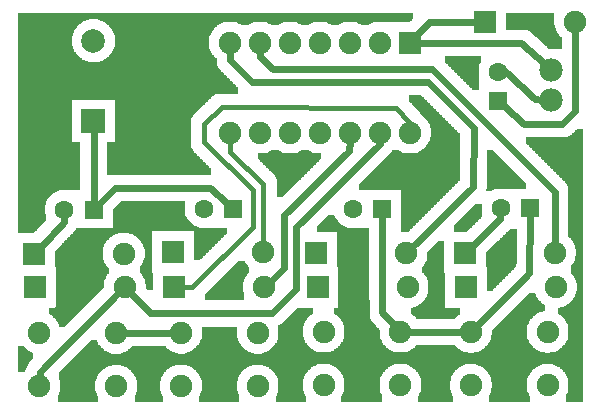
<source format=gtl>
G04 MADE WITH FRITZING*
G04 WWW.FRITZING.ORG*
G04 DOUBLE SIDED*
G04 HOLES PLATED*
G04 CONTOUR ON CENTER OF CONTOUR VECTOR*
%ASAXBY*%
%FSLAX23Y23*%
%MOIN*%
%OFA0B0*%
%SFA1.0B1.0*%
%ADD10C,0.075000*%
%ADD11C,0.062992*%
%ADD12C,0.078000*%
%ADD13C,0.078833*%
%ADD14R,0.075000X0.075000*%
%ADD15R,0.062992X0.062992*%
%ADD16R,0.078819X0.078847*%
%ADD17C,0.024000*%
%ADD18C,0.016000*%
%LNCOPPER1*%
G90*
G70*
G54D10*
X111Y1256D03*
X1277Y797D03*
X235Y529D03*
X1650Y514D03*
X1838Y872D03*
X1346Y1238D03*
X1346Y938D03*
X1246Y1238D03*
X1246Y938D03*
X1146Y1238D03*
X1146Y938D03*
X1046Y1238D03*
X1046Y938D03*
X946Y1238D03*
X946Y938D03*
X846Y1238D03*
X846Y938D03*
X746Y1238D03*
X746Y938D03*
G54D11*
X1254Y684D03*
X1156Y684D03*
X758Y685D03*
X659Y685D03*
X292Y682D03*
X194Y682D03*
X1748Y687D03*
X1649Y687D03*
G54D10*
X839Y95D03*
X583Y95D03*
X839Y272D03*
X583Y272D03*
X1315Y97D03*
X1059Y97D03*
X1315Y275D03*
X1059Y275D03*
X1806Y97D03*
X1550Y97D03*
X1806Y274D03*
X1550Y274D03*
X367Y94D03*
X111Y94D03*
X367Y271D03*
X111Y271D03*
X1530Y538D03*
X1830Y538D03*
X1035Y537D03*
X1335Y537D03*
X558Y541D03*
X858Y541D03*
X1532Y423D03*
X1832Y423D03*
X1039Y423D03*
X1339Y423D03*
X559Y423D03*
X859Y423D03*
X96Y424D03*
X396Y424D03*
X92Y535D03*
X392Y535D03*
G54D12*
X1818Y1046D03*
X1818Y1146D03*
G54D11*
X1639Y1044D03*
X1639Y1142D03*
G54D10*
X1598Y1307D03*
X1898Y1307D03*
G54D13*
X291Y976D03*
X291Y1244D03*
G54D14*
X1346Y1238D03*
G54D15*
X1254Y684D03*
X758Y685D03*
X292Y682D03*
X1748Y687D03*
G54D14*
X1530Y538D03*
X1035Y537D03*
X558Y541D03*
X1532Y423D03*
X1039Y423D03*
X559Y423D03*
X96Y424D03*
X92Y535D03*
G54D15*
X1639Y1044D03*
G54D14*
X1598Y1307D03*
G54D16*
X291Y976D03*
G54D17*
X1146Y910D02*
X1145Y877D01*
D02*
X1145Y877D02*
X926Y664D01*
D02*
X926Y664D02*
X926Y487D01*
D02*
X926Y487D02*
X880Y442D01*
D02*
X1247Y910D02*
X1247Y901D01*
D02*
X1247Y901D02*
X968Y623D01*
D02*
X968Y417D02*
X886Y336D01*
D02*
X968Y623D02*
X968Y417D01*
D02*
X886Y336D02*
X479Y337D01*
D02*
X479Y337D02*
X416Y403D01*
D02*
X847Y1210D02*
X847Y1192D01*
D02*
X890Y1149D02*
X1420Y1150D01*
D02*
X847Y1192D02*
X890Y1149D01*
D02*
X1420Y1150D02*
X1830Y740D01*
D02*
X1830Y740D02*
X1830Y567D01*
D02*
X1521Y274D02*
X1343Y275D01*
D02*
X1796Y1166D02*
X1718Y1238D01*
D02*
X1718Y1238D02*
X1375Y1238D01*
G54D18*
D02*
X748Y873D02*
X858Y767D01*
D02*
X747Y915D02*
X748Y873D01*
D02*
X858Y767D02*
X858Y564D01*
G54D17*
D02*
X1355Y557D02*
X1557Y757D01*
D02*
X1559Y955D02*
X1406Y1107D01*
D02*
X1557Y757D02*
X1559Y955D01*
D02*
X820Y1108D02*
X747Y1180D01*
D02*
X1406Y1107D02*
X820Y1108D01*
D02*
X747Y1180D02*
X747Y1210D01*
G54D18*
D02*
X1344Y973D02*
X1300Y1022D01*
D02*
X1345Y961D02*
X1344Y973D01*
D02*
X720Y1023D02*
X661Y968D01*
D02*
X661Y968D02*
X661Y907D01*
D02*
X1300Y1022D02*
X720Y1023D01*
D02*
X661Y907D02*
X822Y746D01*
D02*
X822Y623D02*
X621Y423D01*
D02*
X822Y746D02*
X822Y623D01*
D02*
X621Y423D02*
X582Y423D01*
G54D17*
D02*
X112Y140D02*
X112Y122D01*
D02*
X375Y403D02*
X112Y140D01*
D02*
X396Y271D02*
X555Y272D01*
D02*
X1898Y1012D02*
X1854Y967D01*
D02*
X1728Y967D02*
X1659Y1026D01*
D02*
X1854Y967D02*
X1728Y967D01*
D02*
X1898Y1278D02*
X1898Y1012D01*
D02*
X1410Y1307D02*
X1570Y1307D01*
D02*
X1366Y1259D02*
X1410Y1307D01*
D02*
X1668Y1140D02*
X1666Y1140D01*
D02*
X1763Y1050D02*
X1668Y1140D01*
D02*
X1788Y1048D02*
X1763Y1050D01*
D02*
X194Y642D02*
X112Y555D01*
D02*
X194Y656D02*
X194Y642D01*
D02*
X681Y753D02*
X738Y703D01*
D02*
X362Y754D02*
X681Y753D01*
D02*
X311Y702D02*
X362Y754D01*
D02*
X1255Y340D02*
X1254Y657D01*
D02*
X1295Y296D02*
X1255Y340D01*
D02*
X1648Y649D02*
X1648Y661D01*
D02*
X1551Y558D02*
X1648Y649D01*
D02*
X1745Y469D02*
X1570Y294D01*
D02*
X1747Y661D02*
X1745Y469D01*
D02*
X292Y947D02*
X292Y709D01*
G36*
X40Y1336D02*
X40Y1316D01*
X308Y1316D01*
X308Y1314D01*
X314Y1314D01*
X314Y1312D01*
X320Y1312D01*
X320Y1310D01*
X324Y1310D01*
X324Y1308D01*
X1162Y1308D01*
X1162Y1306D01*
X1170Y1306D01*
X1170Y1304D01*
X1174Y1304D01*
X1174Y1302D01*
X1178Y1302D01*
X1178Y1300D01*
X1182Y1300D01*
X1182Y1298D01*
X1184Y1298D01*
X1184Y1296D01*
X1208Y1296D01*
X1208Y1298D01*
X1210Y1298D01*
X1210Y1300D01*
X1214Y1300D01*
X1214Y1302D01*
X1218Y1302D01*
X1218Y1304D01*
X1222Y1304D01*
X1222Y1306D01*
X1230Y1306D01*
X1230Y1308D01*
X1348Y1308D01*
X1348Y1310D01*
X1350Y1310D01*
X1350Y1312D01*
X1352Y1312D01*
X1352Y1314D01*
X1354Y1314D01*
X1354Y1316D01*
X1356Y1316D01*
X1356Y1336D01*
X40Y1336D01*
G37*
D02*
G36*
X40Y1316D02*
X40Y1174D01*
X272Y1174D01*
X272Y1176D01*
X266Y1176D01*
X266Y1178D01*
X262Y1178D01*
X262Y1180D01*
X258Y1180D01*
X258Y1182D01*
X254Y1182D01*
X254Y1184D01*
X252Y1184D01*
X252Y1186D01*
X248Y1186D01*
X248Y1188D01*
X246Y1188D01*
X246Y1190D01*
X244Y1190D01*
X244Y1192D01*
X242Y1192D01*
X242Y1194D01*
X240Y1194D01*
X240Y1196D01*
X238Y1196D01*
X238Y1198D01*
X236Y1198D01*
X236Y1200D01*
X234Y1200D01*
X234Y1202D01*
X232Y1202D01*
X232Y1206D01*
X230Y1206D01*
X230Y1208D01*
X228Y1208D01*
X228Y1212D01*
X226Y1212D01*
X226Y1216D01*
X224Y1216D01*
X224Y1222D01*
X222Y1222D01*
X222Y1228D01*
X220Y1228D01*
X220Y1260D01*
X222Y1260D01*
X222Y1268D01*
X224Y1268D01*
X224Y1272D01*
X226Y1272D01*
X226Y1278D01*
X228Y1278D01*
X228Y1280D01*
X230Y1280D01*
X230Y1284D01*
X232Y1284D01*
X232Y1286D01*
X234Y1286D01*
X234Y1288D01*
X236Y1288D01*
X236Y1292D01*
X238Y1292D01*
X238Y1294D01*
X240Y1294D01*
X240Y1296D01*
X242Y1296D01*
X242Y1298D01*
X244Y1298D01*
X244Y1300D01*
X248Y1300D01*
X248Y1302D01*
X250Y1302D01*
X250Y1304D01*
X252Y1304D01*
X252Y1306D01*
X256Y1306D01*
X256Y1308D01*
X258Y1308D01*
X258Y1310D01*
X262Y1310D01*
X262Y1312D01*
X268Y1312D01*
X268Y1314D01*
X276Y1314D01*
X276Y1316D01*
X40Y1316D01*
G37*
D02*
G36*
X328Y1308D02*
X328Y1306D01*
X330Y1306D01*
X330Y1304D01*
X334Y1304D01*
X334Y1302D01*
X336Y1302D01*
X336Y1300D01*
X338Y1300D01*
X338Y1298D01*
X340Y1298D01*
X340Y1296D01*
X342Y1296D01*
X342Y1294D01*
X344Y1294D01*
X344Y1292D01*
X346Y1292D01*
X346Y1290D01*
X348Y1290D01*
X348Y1288D01*
X350Y1288D01*
X350Y1284D01*
X352Y1284D01*
X352Y1282D01*
X354Y1282D01*
X354Y1278D01*
X356Y1278D01*
X356Y1274D01*
X358Y1274D01*
X358Y1270D01*
X360Y1270D01*
X360Y1264D01*
X362Y1264D01*
X362Y1224D01*
X360Y1224D01*
X360Y1218D01*
X358Y1218D01*
X358Y1214D01*
X356Y1214D01*
X356Y1210D01*
X354Y1210D01*
X354Y1208D01*
X352Y1208D01*
X352Y1204D01*
X350Y1204D01*
X350Y1202D01*
X348Y1202D01*
X348Y1200D01*
X346Y1200D01*
X346Y1196D01*
X344Y1196D01*
X344Y1194D01*
X342Y1194D01*
X342Y1192D01*
X340Y1192D01*
X340Y1190D01*
X336Y1190D01*
X336Y1188D01*
X334Y1188D01*
X334Y1186D01*
X332Y1186D01*
X332Y1184D01*
X328Y1184D01*
X328Y1182D01*
X326Y1182D01*
X326Y1180D01*
X322Y1180D01*
X322Y1178D01*
X318Y1178D01*
X318Y1176D01*
X312Y1176D01*
X312Y1174D01*
X704Y1174D01*
X704Y1182D01*
X702Y1182D01*
X702Y1186D01*
X700Y1186D01*
X700Y1188D01*
X698Y1188D01*
X698Y1190D01*
X696Y1190D01*
X696Y1192D01*
X694Y1192D01*
X694Y1194D01*
X692Y1194D01*
X692Y1196D01*
X690Y1196D01*
X690Y1198D01*
X688Y1198D01*
X688Y1202D01*
X686Y1202D01*
X686Y1204D01*
X684Y1204D01*
X684Y1208D01*
X682Y1208D01*
X682Y1212D01*
X680Y1212D01*
X680Y1218D01*
X678Y1218D01*
X678Y1228D01*
X676Y1228D01*
X676Y1250D01*
X678Y1250D01*
X678Y1260D01*
X680Y1260D01*
X680Y1264D01*
X682Y1264D01*
X682Y1270D01*
X684Y1270D01*
X684Y1272D01*
X686Y1272D01*
X686Y1276D01*
X688Y1276D01*
X688Y1278D01*
X690Y1278D01*
X690Y1282D01*
X692Y1282D01*
X692Y1284D01*
X694Y1284D01*
X694Y1286D01*
X696Y1286D01*
X696Y1288D01*
X698Y1288D01*
X698Y1290D01*
X700Y1290D01*
X700Y1292D01*
X702Y1292D01*
X702Y1294D01*
X704Y1294D01*
X704Y1296D01*
X708Y1296D01*
X708Y1298D01*
X710Y1298D01*
X710Y1300D01*
X714Y1300D01*
X714Y1302D01*
X718Y1302D01*
X718Y1304D01*
X722Y1304D01*
X722Y1306D01*
X730Y1306D01*
X730Y1308D01*
X328Y1308D01*
G37*
D02*
G36*
X762Y1308D02*
X762Y1306D01*
X770Y1306D01*
X770Y1304D01*
X774Y1304D01*
X774Y1302D01*
X778Y1302D01*
X778Y1300D01*
X782Y1300D01*
X782Y1298D01*
X784Y1298D01*
X784Y1296D01*
X808Y1296D01*
X808Y1298D01*
X810Y1298D01*
X810Y1300D01*
X814Y1300D01*
X814Y1302D01*
X818Y1302D01*
X818Y1304D01*
X822Y1304D01*
X822Y1306D01*
X830Y1306D01*
X830Y1308D01*
X762Y1308D01*
G37*
D02*
G36*
X862Y1308D02*
X862Y1306D01*
X870Y1306D01*
X870Y1304D01*
X874Y1304D01*
X874Y1302D01*
X878Y1302D01*
X878Y1300D01*
X882Y1300D01*
X882Y1298D01*
X884Y1298D01*
X884Y1296D01*
X908Y1296D01*
X908Y1298D01*
X910Y1298D01*
X910Y1300D01*
X914Y1300D01*
X914Y1302D01*
X918Y1302D01*
X918Y1304D01*
X922Y1304D01*
X922Y1306D01*
X930Y1306D01*
X930Y1308D01*
X862Y1308D01*
G37*
D02*
G36*
X962Y1308D02*
X962Y1306D01*
X970Y1306D01*
X970Y1304D01*
X974Y1304D01*
X974Y1302D01*
X978Y1302D01*
X978Y1300D01*
X982Y1300D01*
X982Y1298D01*
X984Y1298D01*
X984Y1296D01*
X1008Y1296D01*
X1008Y1298D01*
X1010Y1298D01*
X1010Y1300D01*
X1014Y1300D01*
X1014Y1302D01*
X1018Y1302D01*
X1018Y1304D01*
X1022Y1304D01*
X1022Y1306D01*
X1030Y1306D01*
X1030Y1308D01*
X962Y1308D01*
G37*
D02*
G36*
X1062Y1308D02*
X1062Y1306D01*
X1070Y1306D01*
X1070Y1304D01*
X1074Y1304D01*
X1074Y1302D01*
X1078Y1302D01*
X1078Y1300D01*
X1082Y1300D01*
X1082Y1298D01*
X1084Y1298D01*
X1084Y1296D01*
X1108Y1296D01*
X1108Y1298D01*
X1110Y1298D01*
X1110Y1300D01*
X1114Y1300D01*
X1114Y1302D01*
X1118Y1302D01*
X1118Y1304D01*
X1122Y1304D01*
X1122Y1306D01*
X1130Y1306D01*
X1130Y1308D01*
X1062Y1308D01*
G37*
D02*
G36*
X40Y1174D02*
X40Y1172D01*
X704Y1172D01*
X704Y1174D01*
X40Y1174D01*
G37*
D02*
G36*
X40Y1174D02*
X40Y1172D01*
X704Y1172D01*
X704Y1174D01*
X40Y1174D01*
G37*
D02*
G36*
X40Y1172D02*
X40Y1048D01*
X362Y1048D01*
X362Y906D01*
X336Y906D01*
X336Y798D01*
X684Y798D01*
X684Y818D01*
X682Y818D01*
X682Y820D01*
X680Y820D01*
X680Y822D01*
X678Y822D01*
X678Y824D01*
X676Y824D01*
X676Y826D01*
X674Y826D01*
X674Y828D01*
X672Y828D01*
X672Y830D01*
X670Y830D01*
X670Y832D01*
X668Y832D01*
X668Y834D01*
X666Y834D01*
X666Y836D01*
X664Y836D01*
X664Y838D01*
X662Y838D01*
X662Y840D01*
X660Y840D01*
X660Y842D01*
X658Y842D01*
X658Y844D01*
X656Y844D01*
X656Y846D01*
X654Y846D01*
X654Y848D01*
X652Y848D01*
X652Y850D01*
X650Y850D01*
X650Y852D01*
X648Y852D01*
X648Y854D01*
X646Y854D01*
X646Y856D01*
X644Y856D01*
X644Y858D01*
X642Y858D01*
X642Y860D01*
X640Y860D01*
X640Y862D01*
X638Y862D01*
X638Y864D01*
X636Y864D01*
X636Y866D01*
X634Y866D01*
X634Y868D01*
X632Y868D01*
X632Y870D01*
X630Y870D01*
X630Y872D01*
X628Y872D01*
X628Y874D01*
X626Y874D01*
X626Y878D01*
X624Y878D01*
X624Y880D01*
X622Y880D01*
X622Y884D01*
X620Y884D01*
X620Y888D01*
X618Y888D01*
X618Y896D01*
X616Y896D01*
X616Y980D01*
X618Y980D01*
X618Y988D01*
X620Y988D01*
X620Y992D01*
X622Y992D01*
X622Y996D01*
X624Y996D01*
X624Y998D01*
X626Y998D01*
X626Y1000D01*
X628Y1000D01*
X628Y1002D01*
X630Y1002D01*
X630Y1004D01*
X632Y1004D01*
X632Y1006D01*
X634Y1006D01*
X634Y1008D01*
X636Y1008D01*
X636Y1010D01*
X638Y1010D01*
X638Y1012D01*
X640Y1012D01*
X640Y1014D01*
X642Y1014D01*
X642Y1016D01*
X644Y1016D01*
X644Y1018D01*
X646Y1018D01*
X646Y1020D01*
X648Y1020D01*
X648Y1022D01*
X650Y1022D01*
X650Y1024D01*
X652Y1024D01*
X652Y1026D01*
X654Y1026D01*
X654Y1028D01*
X656Y1028D01*
X656Y1030D01*
X658Y1030D01*
X658Y1032D01*
X662Y1032D01*
X662Y1034D01*
X664Y1034D01*
X664Y1036D01*
X666Y1036D01*
X666Y1038D01*
X668Y1038D01*
X668Y1040D01*
X670Y1040D01*
X670Y1042D01*
X672Y1042D01*
X672Y1044D01*
X674Y1044D01*
X674Y1046D01*
X676Y1046D01*
X676Y1048D01*
X678Y1048D01*
X678Y1050D01*
X680Y1050D01*
X680Y1052D01*
X682Y1052D01*
X682Y1054D01*
X684Y1054D01*
X684Y1056D01*
X686Y1056D01*
X686Y1058D01*
X688Y1058D01*
X688Y1060D01*
X692Y1060D01*
X692Y1062D01*
X694Y1062D01*
X694Y1064D01*
X698Y1064D01*
X698Y1066D01*
X704Y1066D01*
X704Y1068D01*
X774Y1068D01*
X774Y1088D01*
X772Y1088D01*
X772Y1090D01*
X770Y1090D01*
X770Y1092D01*
X768Y1092D01*
X768Y1094D01*
X766Y1094D01*
X766Y1096D01*
X764Y1096D01*
X764Y1098D01*
X762Y1098D01*
X762Y1100D01*
X760Y1100D01*
X760Y1102D01*
X758Y1102D01*
X758Y1104D01*
X756Y1104D01*
X756Y1106D01*
X754Y1106D01*
X754Y1108D01*
X752Y1108D01*
X752Y1110D01*
X750Y1110D01*
X750Y1112D01*
X748Y1112D01*
X748Y1114D01*
X746Y1114D01*
X746Y1116D01*
X744Y1116D01*
X744Y1118D01*
X742Y1118D01*
X742Y1120D01*
X740Y1120D01*
X740Y1122D01*
X738Y1122D01*
X738Y1124D01*
X736Y1124D01*
X736Y1126D01*
X734Y1126D01*
X734Y1128D01*
X732Y1128D01*
X732Y1130D01*
X730Y1130D01*
X730Y1132D01*
X728Y1132D01*
X728Y1134D01*
X726Y1134D01*
X726Y1136D01*
X724Y1136D01*
X724Y1138D01*
X722Y1138D01*
X722Y1140D01*
X720Y1140D01*
X720Y1142D01*
X718Y1142D01*
X718Y1144D01*
X716Y1144D01*
X716Y1146D01*
X714Y1146D01*
X714Y1148D01*
X712Y1148D01*
X712Y1150D01*
X710Y1150D01*
X710Y1154D01*
X708Y1154D01*
X708Y1156D01*
X706Y1156D01*
X706Y1162D01*
X704Y1162D01*
X704Y1172D01*
X40Y1172D01*
G37*
D02*
G36*
X40Y1048D02*
X40Y604D01*
X94Y604D01*
X94Y606D01*
X96Y606D01*
X96Y608D01*
X98Y608D01*
X98Y610D01*
X100Y610D01*
X100Y612D01*
X102Y612D01*
X102Y614D01*
X104Y614D01*
X104Y616D01*
X106Y616D01*
X106Y618D01*
X108Y618D01*
X108Y622D01*
X110Y622D01*
X110Y624D01*
X112Y624D01*
X112Y626D01*
X114Y626D01*
X114Y628D01*
X116Y628D01*
X116Y630D01*
X118Y630D01*
X118Y632D01*
X120Y632D01*
X120Y634D01*
X122Y634D01*
X122Y636D01*
X124Y636D01*
X124Y638D01*
X126Y638D01*
X126Y640D01*
X128Y640D01*
X128Y642D01*
X130Y642D01*
X130Y644D01*
X132Y644D01*
X132Y668D01*
X130Y668D01*
X130Y698D01*
X132Y698D01*
X132Y704D01*
X134Y704D01*
X134Y710D01*
X136Y710D01*
X136Y714D01*
X138Y714D01*
X138Y716D01*
X140Y716D01*
X140Y720D01*
X142Y720D01*
X142Y722D01*
X144Y722D01*
X144Y724D01*
X146Y724D01*
X146Y726D01*
X148Y726D01*
X148Y728D01*
X150Y728D01*
X150Y730D01*
X152Y730D01*
X152Y732D01*
X154Y732D01*
X154Y734D01*
X156Y734D01*
X156Y736D01*
X160Y736D01*
X160Y738D01*
X162Y738D01*
X162Y740D01*
X166Y740D01*
X166Y742D01*
X170Y742D01*
X170Y744D01*
X176Y744D01*
X176Y746D01*
X248Y746D01*
X248Y906D01*
X220Y906D01*
X220Y1048D01*
X40Y1048D01*
G37*
D02*
G36*
X1668Y1336D02*
X1668Y1282D01*
X1736Y1282D01*
X1736Y1280D01*
X1740Y1280D01*
X1740Y1278D01*
X1744Y1278D01*
X1744Y1276D01*
X1748Y1276D01*
X1748Y1274D01*
X1750Y1274D01*
X1750Y1272D01*
X1752Y1272D01*
X1752Y1270D01*
X1754Y1270D01*
X1754Y1268D01*
X1756Y1268D01*
X1756Y1266D01*
X1758Y1266D01*
X1758Y1264D01*
X1760Y1264D01*
X1760Y1262D01*
X1762Y1262D01*
X1762Y1260D01*
X1764Y1260D01*
X1764Y1258D01*
X1768Y1258D01*
X1768Y1256D01*
X1770Y1256D01*
X1770Y1254D01*
X1772Y1254D01*
X1772Y1252D01*
X1774Y1252D01*
X1774Y1250D01*
X1776Y1250D01*
X1776Y1248D01*
X1778Y1248D01*
X1778Y1246D01*
X1780Y1246D01*
X1780Y1244D01*
X1782Y1244D01*
X1782Y1242D01*
X1784Y1242D01*
X1784Y1240D01*
X1786Y1240D01*
X1786Y1238D01*
X1788Y1238D01*
X1788Y1236D01*
X1790Y1236D01*
X1790Y1234D01*
X1794Y1234D01*
X1794Y1232D01*
X1796Y1232D01*
X1796Y1230D01*
X1798Y1230D01*
X1798Y1228D01*
X1800Y1228D01*
X1800Y1226D01*
X1802Y1226D01*
X1802Y1224D01*
X1804Y1224D01*
X1804Y1222D01*
X1806Y1222D01*
X1806Y1220D01*
X1808Y1220D01*
X1808Y1218D01*
X1830Y1218D01*
X1830Y1216D01*
X1854Y1216D01*
X1854Y1254D01*
X1852Y1254D01*
X1852Y1256D01*
X1850Y1256D01*
X1850Y1258D01*
X1848Y1258D01*
X1848Y1260D01*
X1846Y1260D01*
X1846Y1262D01*
X1844Y1262D01*
X1844Y1264D01*
X1842Y1264D01*
X1842Y1268D01*
X1840Y1268D01*
X1840Y1270D01*
X1838Y1270D01*
X1838Y1274D01*
X1836Y1274D01*
X1836Y1278D01*
X1834Y1278D01*
X1834Y1282D01*
X1832Y1282D01*
X1832Y1286D01*
X1830Y1286D01*
X1830Y1296D01*
X1828Y1296D01*
X1828Y1336D01*
X1668Y1336D01*
G37*
D02*
G36*
X1462Y1194D02*
X1462Y1174D01*
X1464Y1174D01*
X1464Y1172D01*
X1466Y1172D01*
X1466Y1170D01*
X1468Y1170D01*
X1468Y1168D01*
X1470Y1168D01*
X1470Y1166D01*
X1472Y1166D01*
X1472Y1164D01*
X1474Y1164D01*
X1474Y1162D01*
X1476Y1162D01*
X1476Y1160D01*
X1478Y1160D01*
X1478Y1158D01*
X1480Y1158D01*
X1480Y1156D01*
X1482Y1156D01*
X1482Y1154D01*
X1484Y1154D01*
X1484Y1152D01*
X1486Y1152D01*
X1486Y1150D01*
X1488Y1150D01*
X1488Y1148D01*
X1490Y1148D01*
X1490Y1146D01*
X1492Y1146D01*
X1492Y1144D01*
X1494Y1144D01*
X1494Y1142D01*
X1496Y1142D01*
X1496Y1140D01*
X1498Y1140D01*
X1498Y1138D01*
X1500Y1138D01*
X1500Y1136D01*
X1502Y1136D01*
X1502Y1134D01*
X1504Y1134D01*
X1504Y1132D01*
X1506Y1132D01*
X1506Y1130D01*
X1508Y1130D01*
X1508Y1128D01*
X1510Y1128D01*
X1510Y1126D01*
X1512Y1126D01*
X1512Y1124D01*
X1514Y1124D01*
X1514Y1122D01*
X1516Y1122D01*
X1516Y1120D01*
X1518Y1120D01*
X1518Y1118D01*
X1520Y1118D01*
X1520Y1116D01*
X1522Y1116D01*
X1522Y1114D01*
X1524Y1114D01*
X1524Y1112D01*
X1526Y1112D01*
X1526Y1110D01*
X1528Y1110D01*
X1528Y1108D01*
X1530Y1108D01*
X1530Y1106D01*
X1532Y1106D01*
X1532Y1104D01*
X1534Y1104D01*
X1534Y1102D01*
X1536Y1102D01*
X1536Y1100D01*
X1538Y1100D01*
X1538Y1098D01*
X1540Y1098D01*
X1540Y1096D01*
X1542Y1096D01*
X1542Y1094D01*
X1544Y1094D01*
X1544Y1092D01*
X1546Y1092D01*
X1546Y1090D01*
X1548Y1090D01*
X1548Y1088D01*
X1550Y1088D01*
X1550Y1086D01*
X1552Y1086D01*
X1552Y1084D01*
X1554Y1084D01*
X1554Y1082D01*
X1556Y1082D01*
X1556Y1080D01*
X1576Y1080D01*
X1576Y1160D01*
X1578Y1160D01*
X1578Y1166D01*
X1580Y1166D01*
X1580Y1170D01*
X1582Y1170D01*
X1582Y1174D01*
X1584Y1174D01*
X1584Y1194D01*
X1462Y1194D01*
G37*
D02*
G36*
X886Y882D02*
X886Y880D01*
X884Y880D01*
X884Y878D01*
X880Y878D01*
X880Y876D01*
X876Y876D01*
X876Y874D01*
X872Y874D01*
X872Y872D01*
X866Y872D01*
X866Y870D01*
X926Y870D01*
X926Y872D01*
X920Y872D01*
X920Y874D01*
X916Y874D01*
X916Y876D01*
X912Y876D01*
X912Y878D01*
X910Y878D01*
X910Y880D01*
X906Y880D01*
X906Y882D01*
X886Y882D01*
G37*
D02*
G36*
X986Y882D02*
X986Y880D01*
X984Y880D01*
X984Y878D01*
X980Y878D01*
X980Y876D01*
X976Y876D01*
X976Y874D01*
X972Y874D01*
X972Y872D01*
X966Y872D01*
X966Y870D01*
X1026Y870D01*
X1026Y872D01*
X1020Y872D01*
X1020Y874D01*
X1016Y874D01*
X1016Y876D01*
X1012Y876D01*
X1012Y878D01*
X1010Y878D01*
X1010Y880D01*
X1006Y880D01*
X1006Y882D01*
X986Y882D01*
G37*
D02*
G36*
X840Y870D02*
X840Y868D01*
X1050Y868D01*
X1050Y870D01*
X840Y870D01*
G37*
D02*
G36*
X840Y870D02*
X840Y868D01*
X1050Y868D01*
X1050Y870D01*
X840Y870D01*
G37*
D02*
G36*
X840Y868D02*
X840Y850D01*
X842Y850D01*
X842Y848D01*
X844Y848D01*
X844Y846D01*
X846Y846D01*
X846Y844D01*
X848Y844D01*
X848Y842D01*
X850Y842D01*
X850Y840D01*
X852Y840D01*
X852Y838D01*
X854Y838D01*
X854Y836D01*
X856Y836D01*
X856Y834D01*
X858Y834D01*
X858Y832D01*
X860Y832D01*
X860Y830D01*
X862Y830D01*
X862Y828D01*
X864Y828D01*
X864Y826D01*
X866Y826D01*
X866Y824D01*
X868Y824D01*
X868Y822D01*
X870Y822D01*
X870Y820D01*
X872Y820D01*
X872Y818D01*
X874Y818D01*
X874Y816D01*
X876Y816D01*
X876Y814D01*
X878Y814D01*
X878Y812D01*
X880Y812D01*
X880Y810D01*
X882Y810D01*
X882Y808D01*
X884Y808D01*
X884Y806D01*
X888Y806D01*
X888Y804D01*
X890Y804D01*
X890Y802D01*
X892Y802D01*
X892Y800D01*
X894Y800D01*
X894Y796D01*
X896Y796D01*
X896Y794D01*
X898Y794D01*
X898Y790D01*
X900Y790D01*
X900Y784D01*
X902Y784D01*
X902Y724D01*
X922Y724D01*
X922Y726D01*
X924Y726D01*
X924Y728D01*
X926Y728D01*
X926Y730D01*
X928Y730D01*
X928Y732D01*
X930Y732D01*
X930Y734D01*
X932Y734D01*
X932Y736D01*
X934Y736D01*
X934Y738D01*
X936Y738D01*
X936Y740D01*
X938Y740D01*
X938Y742D01*
X940Y742D01*
X940Y744D01*
X942Y744D01*
X942Y746D01*
X944Y746D01*
X944Y748D01*
X946Y748D01*
X946Y750D01*
X948Y750D01*
X948Y752D01*
X950Y752D01*
X950Y754D01*
X952Y754D01*
X952Y756D01*
X954Y756D01*
X954Y758D01*
X956Y758D01*
X956Y760D01*
X958Y760D01*
X958Y762D01*
X960Y762D01*
X960Y764D01*
X962Y764D01*
X962Y766D01*
X964Y766D01*
X964Y768D01*
X966Y768D01*
X966Y770D01*
X968Y770D01*
X968Y772D01*
X970Y772D01*
X970Y774D01*
X972Y774D01*
X972Y776D01*
X974Y776D01*
X974Y778D01*
X978Y778D01*
X978Y780D01*
X980Y780D01*
X980Y782D01*
X982Y782D01*
X982Y784D01*
X984Y784D01*
X984Y786D01*
X986Y786D01*
X986Y788D01*
X988Y788D01*
X988Y790D01*
X990Y790D01*
X990Y792D01*
X992Y792D01*
X992Y794D01*
X994Y794D01*
X994Y796D01*
X996Y796D01*
X996Y798D01*
X998Y798D01*
X998Y800D01*
X1000Y800D01*
X1000Y802D01*
X1002Y802D01*
X1002Y804D01*
X1004Y804D01*
X1004Y806D01*
X1006Y806D01*
X1006Y808D01*
X1008Y808D01*
X1008Y810D01*
X1010Y810D01*
X1010Y812D01*
X1012Y812D01*
X1012Y814D01*
X1014Y814D01*
X1014Y816D01*
X1016Y816D01*
X1016Y818D01*
X1018Y818D01*
X1018Y820D01*
X1020Y820D01*
X1020Y822D01*
X1022Y822D01*
X1022Y824D01*
X1024Y824D01*
X1024Y826D01*
X1026Y826D01*
X1026Y828D01*
X1028Y828D01*
X1028Y830D01*
X1030Y830D01*
X1030Y832D01*
X1032Y832D01*
X1032Y834D01*
X1034Y834D01*
X1034Y836D01*
X1036Y836D01*
X1036Y838D01*
X1038Y838D01*
X1038Y840D01*
X1040Y840D01*
X1040Y842D01*
X1042Y842D01*
X1042Y844D01*
X1044Y844D01*
X1044Y846D01*
X1046Y846D01*
X1046Y848D01*
X1048Y848D01*
X1048Y850D01*
X1050Y850D01*
X1050Y868D01*
X840Y868D01*
G37*
D02*
G36*
X1602Y882D02*
X1602Y752D01*
X1660Y752D01*
X1660Y750D01*
X1684Y750D01*
X1684Y752D01*
X1732Y752D01*
X1732Y772D01*
X1730Y772D01*
X1730Y774D01*
X1728Y774D01*
X1728Y776D01*
X1726Y776D01*
X1726Y778D01*
X1724Y778D01*
X1724Y780D01*
X1722Y780D01*
X1722Y782D01*
X1720Y782D01*
X1720Y784D01*
X1718Y784D01*
X1718Y786D01*
X1716Y786D01*
X1716Y788D01*
X1714Y788D01*
X1714Y790D01*
X1712Y790D01*
X1712Y792D01*
X1710Y792D01*
X1710Y794D01*
X1708Y794D01*
X1708Y796D01*
X1706Y796D01*
X1706Y798D01*
X1704Y798D01*
X1704Y800D01*
X1702Y800D01*
X1702Y802D01*
X1700Y802D01*
X1700Y804D01*
X1698Y804D01*
X1698Y806D01*
X1696Y806D01*
X1696Y808D01*
X1694Y808D01*
X1694Y810D01*
X1692Y810D01*
X1692Y812D01*
X1690Y812D01*
X1690Y814D01*
X1688Y814D01*
X1688Y816D01*
X1686Y816D01*
X1686Y818D01*
X1684Y818D01*
X1684Y820D01*
X1682Y820D01*
X1682Y822D01*
X1680Y822D01*
X1680Y824D01*
X1678Y824D01*
X1678Y826D01*
X1676Y826D01*
X1676Y828D01*
X1674Y828D01*
X1674Y830D01*
X1672Y830D01*
X1672Y832D01*
X1670Y832D01*
X1670Y834D01*
X1668Y834D01*
X1668Y836D01*
X1666Y836D01*
X1666Y838D01*
X1664Y838D01*
X1664Y840D01*
X1662Y840D01*
X1662Y842D01*
X1660Y842D01*
X1660Y844D01*
X1658Y844D01*
X1658Y846D01*
X1656Y846D01*
X1656Y848D01*
X1654Y848D01*
X1654Y850D01*
X1652Y850D01*
X1652Y852D01*
X1650Y852D01*
X1650Y854D01*
X1648Y854D01*
X1648Y856D01*
X1646Y856D01*
X1646Y858D01*
X1644Y858D01*
X1644Y860D01*
X1642Y860D01*
X1642Y862D01*
X1640Y862D01*
X1640Y864D01*
X1638Y864D01*
X1638Y866D01*
X1636Y866D01*
X1636Y868D01*
X1634Y868D01*
X1634Y870D01*
X1632Y870D01*
X1632Y872D01*
X1630Y872D01*
X1630Y874D01*
X1628Y874D01*
X1628Y876D01*
X1626Y876D01*
X1626Y878D01*
X1624Y878D01*
X1624Y880D01*
X1622Y880D01*
X1622Y882D01*
X1602Y882D01*
G37*
D02*
G36*
X1602Y752D02*
X1602Y750D01*
X1600Y750D01*
X1600Y744D01*
X1620Y744D01*
X1620Y746D01*
X1624Y746D01*
X1624Y748D01*
X1628Y748D01*
X1628Y750D01*
X1638Y750D01*
X1638Y752D01*
X1602Y752D01*
G37*
D02*
G36*
X1342Y1064D02*
X1342Y1044D01*
X1344Y1044D01*
X1344Y1042D01*
X1346Y1042D01*
X1346Y1040D01*
X1348Y1040D01*
X1348Y1038D01*
X1350Y1038D01*
X1350Y1036D01*
X1352Y1036D01*
X1352Y1034D01*
X1354Y1034D01*
X1354Y1032D01*
X1356Y1032D01*
X1356Y1028D01*
X1358Y1028D01*
X1358Y1026D01*
X1360Y1026D01*
X1360Y1024D01*
X1362Y1024D01*
X1362Y1022D01*
X1364Y1022D01*
X1364Y1020D01*
X1366Y1020D01*
X1366Y1018D01*
X1368Y1018D01*
X1368Y1016D01*
X1370Y1016D01*
X1370Y1014D01*
X1372Y1014D01*
X1372Y1012D01*
X1374Y1012D01*
X1374Y1010D01*
X1376Y1010D01*
X1376Y1008D01*
X1378Y1008D01*
X1378Y1006D01*
X1380Y1006D01*
X1380Y1002D01*
X1382Y1002D01*
X1382Y1000D01*
X1384Y1000D01*
X1384Y996D01*
X1388Y996D01*
X1388Y994D01*
X1390Y994D01*
X1390Y992D01*
X1392Y992D01*
X1392Y990D01*
X1394Y990D01*
X1394Y988D01*
X1396Y988D01*
X1396Y986D01*
X1398Y986D01*
X1398Y984D01*
X1400Y984D01*
X1400Y982D01*
X1402Y982D01*
X1402Y980D01*
X1404Y980D01*
X1404Y976D01*
X1406Y976D01*
X1406Y974D01*
X1408Y974D01*
X1408Y970D01*
X1410Y970D01*
X1410Y966D01*
X1412Y966D01*
X1412Y962D01*
X1414Y962D01*
X1414Y954D01*
X1416Y954D01*
X1416Y924D01*
X1414Y924D01*
X1414Y916D01*
X1412Y916D01*
X1412Y912D01*
X1410Y912D01*
X1410Y906D01*
X1408Y906D01*
X1408Y904D01*
X1406Y904D01*
X1406Y900D01*
X1404Y900D01*
X1404Y898D01*
X1402Y898D01*
X1402Y896D01*
X1400Y896D01*
X1400Y892D01*
X1398Y892D01*
X1398Y890D01*
X1396Y890D01*
X1396Y888D01*
X1394Y888D01*
X1394Y886D01*
X1392Y886D01*
X1392Y884D01*
X1388Y884D01*
X1388Y882D01*
X1386Y882D01*
X1386Y880D01*
X1384Y880D01*
X1384Y878D01*
X1380Y878D01*
X1380Y876D01*
X1376Y876D01*
X1376Y874D01*
X1372Y874D01*
X1372Y872D01*
X1366Y872D01*
X1366Y870D01*
X1514Y870D01*
X1514Y934D01*
X1512Y934D01*
X1512Y936D01*
X1510Y936D01*
X1510Y938D01*
X1508Y938D01*
X1508Y940D01*
X1506Y940D01*
X1506Y942D01*
X1504Y942D01*
X1504Y944D01*
X1502Y944D01*
X1502Y946D01*
X1500Y946D01*
X1500Y948D01*
X1498Y948D01*
X1498Y950D01*
X1496Y950D01*
X1496Y952D01*
X1494Y952D01*
X1494Y954D01*
X1492Y954D01*
X1492Y956D01*
X1490Y956D01*
X1490Y958D01*
X1488Y958D01*
X1488Y960D01*
X1486Y960D01*
X1486Y962D01*
X1484Y962D01*
X1484Y964D01*
X1482Y964D01*
X1482Y966D01*
X1480Y966D01*
X1480Y968D01*
X1478Y968D01*
X1478Y970D01*
X1476Y970D01*
X1476Y972D01*
X1474Y972D01*
X1474Y974D01*
X1472Y974D01*
X1472Y976D01*
X1470Y976D01*
X1470Y978D01*
X1468Y978D01*
X1468Y980D01*
X1466Y980D01*
X1466Y982D01*
X1464Y982D01*
X1464Y984D01*
X1462Y984D01*
X1462Y986D01*
X1460Y986D01*
X1460Y988D01*
X1458Y988D01*
X1458Y990D01*
X1456Y990D01*
X1456Y992D01*
X1454Y992D01*
X1454Y994D01*
X1452Y994D01*
X1452Y996D01*
X1450Y996D01*
X1450Y998D01*
X1448Y998D01*
X1448Y1000D01*
X1446Y1000D01*
X1446Y1002D01*
X1444Y1002D01*
X1444Y1004D01*
X1442Y1004D01*
X1442Y1006D01*
X1440Y1006D01*
X1440Y1008D01*
X1438Y1008D01*
X1438Y1010D01*
X1436Y1010D01*
X1436Y1012D01*
X1434Y1012D01*
X1434Y1014D01*
X1432Y1014D01*
X1432Y1016D01*
X1430Y1016D01*
X1430Y1018D01*
X1428Y1018D01*
X1428Y1020D01*
X1426Y1020D01*
X1426Y1022D01*
X1424Y1022D01*
X1424Y1024D01*
X1422Y1024D01*
X1422Y1026D01*
X1420Y1026D01*
X1420Y1028D01*
X1418Y1028D01*
X1418Y1030D01*
X1416Y1030D01*
X1416Y1032D01*
X1414Y1032D01*
X1414Y1034D01*
X1412Y1034D01*
X1412Y1036D01*
X1410Y1036D01*
X1410Y1038D01*
X1408Y1038D01*
X1408Y1040D01*
X1406Y1040D01*
X1406Y1042D01*
X1404Y1042D01*
X1404Y1044D01*
X1402Y1044D01*
X1402Y1046D01*
X1400Y1046D01*
X1400Y1048D01*
X1398Y1048D01*
X1398Y1050D01*
X1396Y1050D01*
X1396Y1052D01*
X1394Y1052D01*
X1394Y1054D01*
X1392Y1054D01*
X1392Y1056D01*
X1390Y1056D01*
X1390Y1058D01*
X1388Y1058D01*
X1388Y1060D01*
X1386Y1060D01*
X1386Y1062D01*
X1384Y1062D01*
X1384Y1064D01*
X1342Y1064D01*
G37*
D02*
G36*
X1288Y880D02*
X1288Y878D01*
X1286Y878D01*
X1286Y874D01*
X1284Y874D01*
X1284Y872D01*
X1282Y872D01*
X1282Y870D01*
X1326Y870D01*
X1326Y872D01*
X1320Y872D01*
X1320Y874D01*
X1316Y874D01*
X1316Y876D01*
X1312Y876D01*
X1312Y878D01*
X1310Y878D01*
X1310Y880D01*
X1288Y880D01*
G37*
D02*
G36*
X1280Y870D02*
X1280Y868D01*
X1514Y868D01*
X1514Y870D01*
X1280Y870D01*
G37*
D02*
G36*
X1280Y870D02*
X1280Y868D01*
X1514Y868D01*
X1514Y870D01*
X1280Y870D01*
G37*
D02*
G36*
X1278Y868D02*
X1278Y866D01*
X1276Y866D01*
X1276Y864D01*
X1274Y864D01*
X1274Y862D01*
X1272Y862D01*
X1272Y860D01*
X1270Y860D01*
X1270Y858D01*
X1268Y858D01*
X1268Y856D01*
X1266Y856D01*
X1266Y854D01*
X1264Y854D01*
X1264Y852D01*
X1262Y852D01*
X1262Y850D01*
X1260Y850D01*
X1260Y848D01*
X1258Y848D01*
X1258Y846D01*
X1256Y846D01*
X1256Y844D01*
X1254Y844D01*
X1254Y842D01*
X1252Y842D01*
X1252Y840D01*
X1250Y840D01*
X1250Y838D01*
X1248Y838D01*
X1248Y836D01*
X1246Y836D01*
X1246Y834D01*
X1244Y834D01*
X1244Y832D01*
X1242Y832D01*
X1242Y830D01*
X1240Y830D01*
X1240Y828D01*
X1238Y828D01*
X1238Y826D01*
X1236Y826D01*
X1236Y824D01*
X1234Y824D01*
X1234Y822D01*
X1232Y822D01*
X1232Y820D01*
X1230Y820D01*
X1230Y818D01*
X1228Y818D01*
X1228Y816D01*
X1226Y816D01*
X1226Y814D01*
X1224Y814D01*
X1224Y812D01*
X1222Y812D01*
X1222Y810D01*
X1220Y810D01*
X1220Y808D01*
X1218Y808D01*
X1218Y806D01*
X1216Y806D01*
X1216Y804D01*
X1214Y804D01*
X1214Y802D01*
X1212Y802D01*
X1212Y800D01*
X1210Y800D01*
X1210Y798D01*
X1208Y798D01*
X1208Y796D01*
X1206Y796D01*
X1206Y794D01*
X1204Y794D01*
X1204Y792D01*
X1202Y792D01*
X1202Y790D01*
X1200Y790D01*
X1200Y788D01*
X1198Y788D01*
X1198Y786D01*
X1196Y786D01*
X1196Y784D01*
X1194Y784D01*
X1194Y782D01*
X1192Y782D01*
X1192Y780D01*
X1190Y780D01*
X1190Y778D01*
X1188Y778D01*
X1188Y776D01*
X1186Y776D01*
X1186Y774D01*
X1184Y774D01*
X1184Y772D01*
X1182Y772D01*
X1182Y770D01*
X1180Y770D01*
X1180Y768D01*
X1178Y768D01*
X1178Y766D01*
X1176Y766D01*
X1176Y748D01*
X1318Y748D01*
X1318Y606D01*
X1340Y606D01*
X1340Y608D01*
X1342Y608D01*
X1342Y610D01*
X1344Y610D01*
X1344Y612D01*
X1346Y612D01*
X1346Y614D01*
X1348Y614D01*
X1348Y616D01*
X1350Y616D01*
X1350Y618D01*
X1352Y618D01*
X1352Y620D01*
X1354Y620D01*
X1354Y622D01*
X1356Y622D01*
X1356Y624D01*
X1358Y624D01*
X1358Y626D01*
X1360Y626D01*
X1360Y628D01*
X1362Y628D01*
X1362Y630D01*
X1364Y630D01*
X1364Y632D01*
X1366Y632D01*
X1366Y634D01*
X1368Y634D01*
X1368Y636D01*
X1370Y636D01*
X1370Y638D01*
X1372Y638D01*
X1372Y640D01*
X1374Y640D01*
X1374Y642D01*
X1376Y642D01*
X1376Y644D01*
X1378Y644D01*
X1378Y646D01*
X1380Y646D01*
X1380Y648D01*
X1382Y648D01*
X1382Y650D01*
X1384Y650D01*
X1384Y652D01*
X1386Y652D01*
X1386Y654D01*
X1388Y654D01*
X1388Y656D01*
X1390Y656D01*
X1390Y658D01*
X1392Y658D01*
X1392Y660D01*
X1394Y660D01*
X1394Y662D01*
X1396Y662D01*
X1396Y664D01*
X1398Y664D01*
X1398Y666D01*
X1400Y666D01*
X1400Y668D01*
X1402Y668D01*
X1402Y670D01*
X1404Y670D01*
X1404Y672D01*
X1406Y672D01*
X1406Y674D01*
X1408Y674D01*
X1408Y676D01*
X1410Y676D01*
X1410Y678D01*
X1412Y678D01*
X1412Y680D01*
X1414Y680D01*
X1414Y682D01*
X1416Y682D01*
X1416Y684D01*
X1418Y684D01*
X1418Y686D01*
X1420Y686D01*
X1420Y688D01*
X1422Y688D01*
X1422Y690D01*
X1424Y690D01*
X1424Y692D01*
X1426Y692D01*
X1426Y694D01*
X1428Y694D01*
X1428Y696D01*
X1430Y696D01*
X1430Y698D01*
X1432Y698D01*
X1432Y700D01*
X1434Y700D01*
X1434Y702D01*
X1436Y702D01*
X1436Y704D01*
X1438Y704D01*
X1438Y706D01*
X1440Y706D01*
X1440Y708D01*
X1442Y708D01*
X1442Y710D01*
X1444Y710D01*
X1444Y712D01*
X1446Y712D01*
X1446Y714D01*
X1448Y714D01*
X1448Y716D01*
X1450Y716D01*
X1450Y718D01*
X1452Y718D01*
X1452Y720D01*
X1454Y720D01*
X1454Y722D01*
X1456Y722D01*
X1456Y724D01*
X1458Y724D01*
X1458Y726D01*
X1460Y726D01*
X1460Y728D01*
X1462Y728D01*
X1462Y730D01*
X1464Y730D01*
X1464Y732D01*
X1466Y732D01*
X1466Y734D01*
X1468Y734D01*
X1468Y736D01*
X1470Y736D01*
X1470Y738D01*
X1472Y738D01*
X1472Y740D01*
X1474Y740D01*
X1474Y742D01*
X1476Y742D01*
X1476Y744D01*
X1478Y744D01*
X1478Y746D01*
X1480Y746D01*
X1480Y748D01*
X1482Y748D01*
X1482Y750D01*
X1484Y750D01*
X1484Y752D01*
X1486Y752D01*
X1486Y754D01*
X1488Y754D01*
X1488Y756D01*
X1490Y756D01*
X1490Y758D01*
X1492Y758D01*
X1492Y760D01*
X1494Y760D01*
X1494Y762D01*
X1496Y762D01*
X1496Y764D01*
X1498Y764D01*
X1498Y766D01*
X1500Y766D01*
X1500Y768D01*
X1502Y768D01*
X1502Y770D01*
X1504Y770D01*
X1504Y772D01*
X1506Y772D01*
X1506Y774D01*
X1508Y774D01*
X1508Y776D01*
X1510Y776D01*
X1510Y778D01*
X1512Y778D01*
X1512Y780D01*
X1514Y780D01*
X1514Y868D01*
X1278Y868D01*
G37*
D02*
G36*
X384Y710D02*
X384Y708D01*
X382Y708D01*
X382Y706D01*
X380Y706D01*
X380Y704D01*
X378Y704D01*
X378Y702D01*
X376Y702D01*
X376Y700D01*
X374Y700D01*
X374Y698D01*
X372Y698D01*
X372Y696D01*
X370Y696D01*
X370Y694D01*
X368Y694D01*
X368Y692D01*
X366Y692D01*
X366Y690D01*
X364Y690D01*
X364Y688D01*
X362Y688D01*
X362Y686D01*
X360Y686D01*
X360Y684D01*
X358Y684D01*
X358Y682D01*
X356Y682D01*
X356Y620D01*
X234Y620D01*
X234Y616D01*
X232Y616D01*
X232Y614D01*
X230Y614D01*
X230Y612D01*
X626Y612D01*
X626Y610D01*
X628Y610D01*
X628Y514D01*
X648Y514D01*
X648Y516D01*
X650Y516D01*
X650Y518D01*
X652Y518D01*
X652Y520D01*
X654Y520D01*
X654Y522D01*
X656Y522D01*
X656Y524D01*
X658Y524D01*
X658Y526D01*
X660Y526D01*
X660Y528D01*
X662Y528D01*
X662Y530D01*
X664Y530D01*
X664Y532D01*
X666Y532D01*
X666Y534D01*
X668Y534D01*
X668Y536D01*
X670Y536D01*
X670Y538D01*
X672Y538D01*
X672Y540D01*
X674Y540D01*
X674Y542D01*
X676Y542D01*
X676Y544D01*
X678Y544D01*
X678Y546D01*
X680Y546D01*
X680Y548D01*
X682Y548D01*
X682Y550D01*
X684Y550D01*
X684Y552D01*
X686Y552D01*
X686Y554D01*
X688Y554D01*
X688Y556D01*
X690Y556D01*
X690Y558D01*
X692Y558D01*
X692Y560D01*
X694Y560D01*
X694Y562D01*
X696Y562D01*
X696Y564D01*
X698Y564D01*
X698Y566D01*
X700Y566D01*
X700Y568D01*
X702Y568D01*
X702Y570D01*
X704Y570D01*
X704Y572D01*
X706Y572D01*
X706Y574D01*
X708Y574D01*
X708Y576D01*
X710Y576D01*
X710Y578D01*
X712Y578D01*
X712Y580D01*
X714Y580D01*
X714Y582D01*
X716Y582D01*
X716Y584D01*
X718Y584D01*
X718Y586D01*
X720Y586D01*
X720Y588D01*
X722Y588D01*
X722Y590D01*
X724Y590D01*
X724Y592D01*
X726Y592D01*
X726Y594D01*
X728Y594D01*
X728Y596D01*
X730Y596D01*
X730Y598D01*
X732Y598D01*
X732Y600D01*
X734Y600D01*
X734Y602D01*
X736Y602D01*
X736Y622D01*
X642Y622D01*
X642Y624D01*
X636Y624D01*
X636Y626D01*
X632Y626D01*
X632Y628D01*
X628Y628D01*
X628Y630D01*
X626Y630D01*
X626Y632D01*
X622Y632D01*
X622Y634D01*
X620Y634D01*
X620Y636D01*
X618Y636D01*
X618Y638D01*
X616Y638D01*
X616Y640D01*
X614Y640D01*
X614Y642D01*
X612Y642D01*
X612Y644D01*
X610Y644D01*
X610Y646D01*
X608Y646D01*
X608Y648D01*
X606Y648D01*
X606Y650D01*
X604Y650D01*
X604Y654D01*
X602Y654D01*
X602Y658D01*
X600Y658D01*
X600Y662D01*
X598Y662D01*
X598Y668D01*
X596Y668D01*
X596Y710D01*
X384Y710D01*
G37*
D02*
G36*
X228Y612D02*
X228Y610D01*
X226Y610D01*
X226Y606D01*
X224Y606D01*
X224Y604D01*
X410Y604D01*
X410Y602D01*
X416Y602D01*
X416Y600D01*
X422Y600D01*
X422Y598D01*
X426Y598D01*
X426Y596D01*
X428Y596D01*
X428Y594D01*
X432Y594D01*
X432Y592D01*
X434Y592D01*
X434Y590D01*
X436Y590D01*
X436Y588D01*
X438Y588D01*
X438Y586D01*
X440Y586D01*
X440Y584D01*
X442Y584D01*
X442Y582D01*
X444Y582D01*
X444Y580D01*
X446Y580D01*
X446Y578D01*
X448Y578D01*
X448Y576D01*
X450Y576D01*
X450Y572D01*
X452Y572D01*
X452Y570D01*
X454Y570D01*
X454Y566D01*
X456Y566D01*
X456Y562D01*
X458Y562D01*
X458Y558D01*
X460Y558D01*
X460Y550D01*
X462Y550D01*
X462Y522D01*
X460Y522D01*
X460Y514D01*
X458Y514D01*
X458Y508D01*
X456Y508D01*
X456Y504D01*
X454Y504D01*
X454Y500D01*
X452Y500D01*
X452Y498D01*
X450Y498D01*
X450Y494D01*
X448Y494D01*
X448Y492D01*
X446Y492D01*
X446Y472D01*
X448Y472D01*
X448Y470D01*
X450Y470D01*
X450Y466D01*
X452Y466D01*
X452Y464D01*
X454Y464D01*
X454Y462D01*
X456Y462D01*
X456Y458D01*
X458Y458D01*
X458Y454D01*
X460Y454D01*
X460Y450D01*
X462Y450D01*
X462Y444D01*
X464Y444D01*
X464Y434D01*
X466Y434D01*
X466Y418D01*
X468Y418D01*
X468Y416D01*
X470Y416D01*
X470Y414D01*
X490Y414D01*
X490Y472D01*
X488Y472D01*
X488Y610D01*
X490Y610D01*
X490Y612D01*
X228Y612D01*
G37*
D02*
G36*
X222Y604D02*
X222Y602D01*
X220Y602D01*
X220Y600D01*
X218Y600D01*
X218Y598D01*
X216Y598D01*
X216Y596D01*
X214Y596D01*
X214Y594D01*
X212Y594D01*
X212Y592D01*
X210Y592D01*
X210Y590D01*
X208Y590D01*
X208Y588D01*
X206Y588D01*
X206Y586D01*
X204Y586D01*
X204Y584D01*
X202Y584D01*
X202Y582D01*
X200Y582D01*
X200Y580D01*
X198Y580D01*
X198Y578D01*
X196Y578D01*
X196Y576D01*
X194Y576D01*
X194Y574D01*
X192Y574D01*
X192Y572D01*
X190Y572D01*
X190Y570D01*
X188Y570D01*
X188Y566D01*
X186Y566D01*
X186Y564D01*
X184Y564D01*
X184Y562D01*
X182Y562D01*
X182Y560D01*
X180Y560D01*
X180Y558D01*
X178Y558D01*
X178Y556D01*
X176Y556D01*
X176Y554D01*
X174Y554D01*
X174Y552D01*
X172Y552D01*
X172Y550D01*
X170Y550D01*
X170Y548D01*
X168Y548D01*
X168Y546D01*
X166Y546D01*
X166Y544D01*
X164Y544D01*
X164Y542D01*
X162Y542D01*
X162Y494D01*
X164Y494D01*
X164Y492D01*
X166Y492D01*
X166Y356D01*
X164Y356D01*
X164Y354D01*
X142Y354D01*
X142Y334D01*
X146Y334D01*
X146Y332D01*
X148Y332D01*
X148Y330D01*
X152Y330D01*
X152Y328D01*
X154Y328D01*
X154Y326D01*
X156Y326D01*
X156Y324D01*
X158Y324D01*
X158Y322D01*
X160Y322D01*
X160Y320D01*
X162Y320D01*
X162Y318D01*
X164Y318D01*
X164Y316D01*
X166Y316D01*
X166Y314D01*
X168Y314D01*
X168Y312D01*
X170Y312D01*
X170Y308D01*
X172Y308D01*
X172Y306D01*
X174Y306D01*
X174Y302D01*
X176Y302D01*
X176Y296D01*
X178Y296D01*
X178Y292D01*
X198Y292D01*
X198Y294D01*
X200Y294D01*
X200Y296D01*
X202Y296D01*
X202Y298D01*
X204Y298D01*
X204Y300D01*
X206Y300D01*
X206Y302D01*
X208Y302D01*
X208Y304D01*
X210Y304D01*
X210Y306D01*
X212Y306D01*
X212Y308D01*
X214Y308D01*
X214Y310D01*
X216Y310D01*
X216Y312D01*
X218Y312D01*
X218Y314D01*
X220Y314D01*
X220Y316D01*
X222Y316D01*
X222Y318D01*
X224Y318D01*
X224Y320D01*
X226Y320D01*
X226Y322D01*
X228Y322D01*
X228Y324D01*
X230Y324D01*
X230Y326D01*
X232Y326D01*
X232Y328D01*
X234Y328D01*
X234Y330D01*
X236Y330D01*
X236Y332D01*
X238Y332D01*
X238Y334D01*
X240Y334D01*
X240Y336D01*
X242Y336D01*
X242Y338D01*
X244Y338D01*
X244Y340D01*
X246Y340D01*
X246Y342D01*
X248Y342D01*
X248Y344D01*
X250Y344D01*
X250Y346D01*
X252Y346D01*
X252Y348D01*
X254Y348D01*
X254Y350D01*
X256Y350D01*
X256Y352D01*
X258Y352D01*
X258Y354D01*
X260Y354D01*
X260Y356D01*
X262Y356D01*
X262Y358D01*
X264Y358D01*
X264Y360D01*
X266Y360D01*
X266Y362D01*
X268Y362D01*
X268Y364D01*
X270Y364D01*
X270Y366D01*
X272Y366D01*
X272Y368D01*
X274Y368D01*
X274Y370D01*
X276Y370D01*
X276Y372D01*
X278Y372D01*
X278Y374D01*
X280Y374D01*
X280Y376D01*
X282Y376D01*
X282Y378D01*
X284Y378D01*
X284Y380D01*
X286Y380D01*
X286Y382D01*
X288Y382D01*
X288Y384D01*
X290Y384D01*
X290Y386D01*
X292Y386D01*
X292Y388D01*
X294Y388D01*
X294Y390D01*
X296Y390D01*
X296Y392D01*
X298Y392D01*
X298Y394D01*
X300Y394D01*
X300Y396D01*
X302Y396D01*
X302Y398D01*
X304Y398D01*
X304Y400D01*
X306Y400D01*
X306Y402D01*
X308Y402D01*
X308Y404D01*
X310Y404D01*
X310Y406D01*
X312Y406D01*
X312Y408D01*
X314Y408D01*
X314Y410D01*
X316Y410D01*
X316Y412D01*
X318Y412D01*
X318Y414D01*
X320Y414D01*
X320Y416D01*
X322Y416D01*
X322Y418D01*
X324Y418D01*
X324Y420D01*
X326Y420D01*
X326Y440D01*
X328Y440D01*
X328Y446D01*
X330Y446D01*
X330Y452D01*
X332Y452D01*
X332Y456D01*
X334Y456D01*
X334Y460D01*
X336Y460D01*
X336Y462D01*
X338Y462D01*
X338Y466D01*
X340Y466D01*
X340Y468D01*
X342Y468D01*
X342Y488D01*
X340Y488D01*
X340Y490D01*
X338Y490D01*
X338Y492D01*
X336Y492D01*
X336Y494D01*
X334Y494D01*
X334Y498D01*
X332Y498D01*
X332Y500D01*
X330Y500D01*
X330Y504D01*
X328Y504D01*
X328Y508D01*
X326Y508D01*
X326Y514D01*
X324Y514D01*
X324Y522D01*
X322Y522D01*
X322Y548D01*
X324Y548D01*
X324Y556D01*
X326Y556D01*
X326Y562D01*
X328Y562D01*
X328Y566D01*
X330Y566D01*
X330Y570D01*
X332Y570D01*
X332Y572D01*
X334Y572D01*
X334Y576D01*
X336Y576D01*
X336Y578D01*
X338Y578D01*
X338Y580D01*
X340Y580D01*
X340Y582D01*
X342Y582D01*
X342Y584D01*
X344Y584D01*
X344Y586D01*
X346Y586D01*
X346Y588D01*
X348Y588D01*
X348Y590D01*
X350Y590D01*
X350Y592D01*
X352Y592D01*
X352Y594D01*
X356Y594D01*
X356Y596D01*
X358Y596D01*
X358Y598D01*
X362Y598D01*
X362Y600D01*
X368Y600D01*
X368Y602D01*
X374Y602D01*
X374Y604D01*
X222Y604D01*
G37*
D02*
G36*
X1566Y702D02*
X1566Y700D01*
X1564Y700D01*
X1564Y698D01*
X1562Y698D01*
X1562Y696D01*
X1560Y696D01*
X1560Y694D01*
X1558Y694D01*
X1558Y692D01*
X1556Y692D01*
X1556Y690D01*
X1554Y690D01*
X1554Y688D01*
X1552Y688D01*
X1552Y686D01*
X1550Y686D01*
X1550Y684D01*
X1548Y684D01*
X1548Y682D01*
X1546Y682D01*
X1546Y680D01*
X1544Y680D01*
X1544Y678D01*
X1542Y678D01*
X1542Y676D01*
X1540Y676D01*
X1540Y674D01*
X1538Y674D01*
X1538Y672D01*
X1536Y672D01*
X1536Y670D01*
X1534Y670D01*
X1534Y668D01*
X1532Y668D01*
X1532Y666D01*
X1530Y666D01*
X1530Y664D01*
X1528Y664D01*
X1528Y662D01*
X1526Y662D01*
X1526Y660D01*
X1524Y660D01*
X1524Y658D01*
X1522Y658D01*
X1522Y656D01*
X1520Y656D01*
X1520Y654D01*
X1518Y654D01*
X1518Y652D01*
X1516Y652D01*
X1516Y650D01*
X1514Y650D01*
X1514Y648D01*
X1512Y648D01*
X1512Y646D01*
X1510Y646D01*
X1510Y644D01*
X1508Y644D01*
X1508Y642D01*
X1506Y642D01*
X1506Y640D01*
X1504Y640D01*
X1504Y638D01*
X1502Y638D01*
X1502Y636D01*
X1500Y636D01*
X1500Y634D01*
X1498Y634D01*
X1498Y632D01*
X1496Y632D01*
X1496Y630D01*
X1494Y630D01*
X1494Y628D01*
X1492Y628D01*
X1492Y608D01*
X1536Y608D01*
X1536Y610D01*
X1538Y610D01*
X1538Y612D01*
X1540Y612D01*
X1540Y614D01*
X1542Y614D01*
X1542Y616D01*
X1544Y616D01*
X1544Y618D01*
X1546Y618D01*
X1546Y620D01*
X1548Y620D01*
X1548Y622D01*
X1552Y622D01*
X1552Y624D01*
X1554Y624D01*
X1554Y626D01*
X1556Y626D01*
X1556Y628D01*
X1558Y628D01*
X1558Y630D01*
X1560Y630D01*
X1560Y632D01*
X1562Y632D01*
X1562Y634D01*
X1564Y634D01*
X1564Y636D01*
X1566Y636D01*
X1566Y638D01*
X1568Y638D01*
X1568Y640D01*
X1570Y640D01*
X1570Y642D01*
X1572Y642D01*
X1572Y644D01*
X1574Y644D01*
X1574Y646D01*
X1576Y646D01*
X1576Y648D01*
X1578Y648D01*
X1578Y650D01*
X1580Y650D01*
X1580Y652D01*
X1582Y652D01*
X1582Y654D01*
X1584Y654D01*
X1584Y656D01*
X1586Y656D01*
X1586Y702D01*
X1566Y702D01*
G37*
D02*
G36*
X1682Y618D02*
X1682Y616D01*
X1680Y616D01*
X1680Y614D01*
X1678Y614D01*
X1678Y612D01*
X1674Y612D01*
X1674Y610D01*
X1672Y610D01*
X1672Y608D01*
X1670Y608D01*
X1670Y606D01*
X1668Y606D01*
X1668Y604D01*
X1666Y604D01*
X1666Y602D01*
X1664Y602D01*
X1664Y600D01*
X1662Y600D01*
X1662Y598D01*
X1660Y598D01*
X1660Y596D01*
X1658Y596D01*
X1658Y594D01*
X1656Y594D01*
X1656Y592D01*
X1654Y592D01*
X1654Y590D01*
X1652Y590D01*
X1652Y588D01*
X1650Y588D01*
X1650Y586D01*
X1648Y586D01*
X1648Y584D01*
X1646Y584D01*
X1646Y582D01*
X1644Y582D01*
X1644Y580D01*
X1642Y580D01*
X1642Y578D01*
X1638Y578D01*
X1638Y576D01*
X1636Y576D01*
X1636Y574D01*
X1634Y574D01*
X1634Y572D01*
X1632Y572D01*
X1632Y570D01*
X1630Y570D01*
X1630Y568D01*
X1628Y568D01*
X1628Y566D01*
X1626Y566D01*
X1626Y564D01*
X1624Y564D01*
X1624Y562D01*
X1622Y562D01*
X1622Y560D01*
X1620Y560D01*
X1620Y558D01*
X1618Y558D01*
X1618Y556D01*
X1616Y556D01*
X1616Y554D01*
X1614Y554D01*
X1614Y552D01*
X1612Y552D01*
X1612Y550D01*
X1610Y550D01*
X1610Y548D01*
X1608Y548D01*
X1608Y546D01*
X1606Y546D01*
X1606Y544D01*
X1602Y544D01*
X1602Y542D01*
X1600Y542D01*
X1600Y492D01*
X1602Y492D01*
X1602Y412D01*
X1622Y412D01*
X1622Y414D01*
X1624Y414D01*
X1624Y416D01*
X1626Y416D01*
X1626Y418D01*
X1628Y418D01*
X1628Y420D01*
X1630Y420D01*
X1630Y422D01*
X1632Y422D01*
X1632Y424D01*
X1634Y424D01*
X1634Y426D01*
X1636Y426D01*
X1636Y428D01*
X1638Y428D01*
X1638Y430D01*
X1640Y430D01*
X1640Y432D01*
X1642Y432D01*
X1642Y434D01*
X1644Y434D01*
X1644Y436D01*
X1646Y436D01*
X1646Y438D01*
X1648Y438D01*
X1648Y440D01*
X1650Y440D01*
X1650Y442D01*
X1652Y442D01*
X1652Y444D01*
X1654Y444D01*
X1654Y446D01*
X1656Y446D01*
X1656Y448D01*
X1658Y448D01*
X1658Y450D01*
X1660Y450D01*
X1660Y452D01*
X1662Y452D01*
X1662Y454D01*
X1664Y454D01*
X1664Y456D01*
X1666Y456D01*
X1666Y458D01*
X1668Y458D01*
X1668Y460D01*
X1670Y460D01*
X1670Y462D01*
X1672Y462D01*
X1672Y464D01*
X1674Y464D01*
X1674Y466D01*
X1676Y466D01*
X1676Y468D01*
X1678Y468D01*
X1678Y470D01*
X1680Y470D01*
X1680Y472D01*
X1682Y472D01*
X1682Y474D01*
X1684Y474D01*
X1684Y476D01*
X1686Y476D01*
X1686Y478D01*
X1688Y478D01*
X1688Y480D01*
X1690Y480D01*
X1690Y482D01*
X1692Y482D01*
X1692Y484D01*
X1694Y484D01*
X1694Y486D01*
X1696Y486D01*
X1696Y488D01*
X1698Y488D01*
X1698Y490D01*
X1700Y490D01*
X1700Y500D01*
X1702Y500D01*
X1702Y618D01*
X1682Y618D01*
G37*
D02*
G36*
X1440Y576D02*
X1440Y574D01*
X1438Y574D01*
X1438Y572D01*
X1436Y572D01*
X1436Y570D01*
X1434Y570D01*
X1434Y568D01*
X1432Y568D01*
X1432Y566D01*
X1430Y566D01*
X1430Y564D01*
X1428Y564D01*
X1428Y562D01*
X1426Y562D01*
X1426Y560D01*
X1424Y560D01*
X1424Y558D01*
X1422Y558D01*
X1422Y556D01*
X1420Y556D01*
X1420Y554D01*
X1418Y554D01*
X1418Y552D01*
X1416Y552D01*
X1416Y550D01*
X1414Y550D01*
X1414Y548D01*
X1412Y548D01*
X1412Y546D01*
X1410Y546D01*
X1410Y544D01*
X1408Y544D01*
X1408Y542D01*
X1406Y542D01*
X1406Y540D01*
X1404Y540D01*
X1404Y518D01*
X1402Y518D01*
X1402Y512D01*
X1400Y512D01*
X1400Y508D01*
X1398Y508D01*
X1398Y504D01*
X1396Y504D01*
X1396Y500D01*
X1394Y500D01*
X1394Y498D01*
X1392Y498D01*
X1392Y494D01*
X1390Y494D01*
X1390Y492D01*
X1388Y492D01*
X1388Y472D01*
X1390Y472D01*
X1390Y470D01*
X1392Y470D01*
X1392Y468D01*
X1394Y468D01*
X1394Y464D01*
X1396Y464D01*
X1396Y462D01*
X1398Y462D01*
X1398Y460D01*
X1400Y460D01*
X1400Y456D01*
X1402Y456D01*
X1402Y452D01*
X1404Y452D01*
X1404Y448D01*
X1406Y448D01*
X1406Y442D01*
X1408Y442D01*
X1408Y406D01*
X1406Y406D01*
X1406Y400D01*
X1404Y400D01*
X1404Y394D01*
X1402Y394D01*
X1402Y390D01*
X1400Y390D01*
X1400Y388D01*
X1398Y388D01*
X1398Y384D01*
X1396Y384D01*
X1396Y382D01*
X1394Y382D01*
X1394Y380D01*
X1392Y380D01*
X1392Y376D01*
X1390Y376D01*
X1390Y374D01*
X1388Y374D01*
X1388Y372D01*
X1386Y372D01*
X1386Y370D01*
X1382Y370D01*
X1382Y368D01*
X1380Y368D01*
X1380Y366D01*
X1378Y366D01*
X1378Y364D01*
X1374Y364D01*
X1374Y362D01*
X1372Y362D01*
X1372Y360D01*
X1368Y360D01*
X1368Y358D01*
X1362Y358D01*
X1362Y356D01*
X1356Y356D01*
X1356Y354D01*
X1350Y354D01*
X1350Y334D01*
X1354Y334D01*
X1354Y332D01*
X1356Y332D01*
X1356Y330D01*
X1358Y330D01*
X1358Y328D01*
X1362Y328D01*
X1362Y326D01*
X1364Y326D01*
X1364Y324D01*
X1366Y324D01*
X1366Y322D01*
X1368Y322D01*
X1368Y318D01*
X1496Y318D01*
X1496Y320D01*
X1498Y320D01*
X1498Y322D01*
X1500Y322D01*
X1500Y324D01*
X1502Y324D01*
X1502Y326D01*
X1504Y326D01*
X1504Y328D01*
X1506Y328D01*
X1506Y330D01*
X1508Y330D01*
X1508Y332D01*
X1512Y332D01*
X1512Y334D01*
X1514Y334D01*
X1514Y354D01*
X1462Y354D01*
X1462Y470D01*
X1460Y470D01*
X1460Y576D01*
X1440Y576D01*
G37*
D02*
G36*
X774Y510D02*
X774Y508D01*
X772Y508D01*
X772Y506D01*
X770Y506D01*
X770Y504D01*
X768Y504D01*
X768Y502D01*
X766Y502D01*
X766Y500D01*
X764Y500D01*
X764Y498D01*
X762Y498D01*
X762Y496D01*
X760Y496D01*
X760Y494D01*
X758Y494D01*
X758Y492D01*
X756Y492D01*
X756Y490D01*
X754Y490D01*
X754Y488D01*
X752Y488D01*
X752Y486D01*
X750Y486D01*
X750Y484D01*
X748Y484D01*
X748Y482D01*
X746Y482D01*
X746Y480D01*
X744Y480D01*
X744Y478D01*
X742Y478D01*
X742Y476D01*
X740Y476D01*
X740Y474D01*
X738Y474D01*
X738Y472D01*
X736Y472D01*
X736Y470D01*
X734Y470D01*
X734Y468D01*
X732Y468D01*
X732Y466D01*
X730Y466D01*
X730Y464D01*
X728Y464D01*
X728Y462D01*
X726Y462D01*
X726Y460D01*
X724Y460D01*
X724Y458D01*
X722Y458D01*
X722Y456D01*
X720Y456D01*
X720Y454D01*
X718Y454D01*
X718Y452D01*
X716Y452D01*
X716Y450D01*
X714Y450D01*
X714Y448D01*
X712Y448D01*
X712Y446D01*
X710Y446D01*
X710Y444D01*
X708Y444D01*
X708Y442D01*
X706Y442D01*
X706Y440D01*
X704Y440D01*
X704Y438D01*
X702Y438D01*
X702Y436D01*
X700Y436D01*
X700Y434D01*
X698Y434D01*
X698Y432D01*
X696Y432D01*
X696Y430D01*
X694Y430D01*
X694Y428D01*
X692Y428D01*
X692Y426D01*
X690Y426D01*
X690Y424D01*
X688Y424D01*
X688Y422D01*
X686Y422D01*
X686Y420D01*
X684Y420D01*
X684Y418D01*
X682Y418D01*
X682Y416D01*
X680Y416D01*
X680Y414D01*
X678Y414D01*
X678Y412D01*
X676Y412D01*
X676Y410D01*
X674Y410D01*
X674Y408D01*
X672Y408D01*
X672Y406D01*
X670Y406D01*
X670Y404D01*
X668Y404D01*
X668Y402D01*
X666Y402D01*
X666Y400D01*
X664Y400D01*
X664Y380D01*
X792Y380D01*
X792Y406D01*
X790Y406D01*
X790Y440D01*
X792Y440D01*
X792Y448D01*
X794Y448D01*
X794Y452D01*
X796Y452D01*
X796Y456D01*
X798Y456D01*
X798Y458D01*
X800Y458D01*
X800Y462D01*
X802Y462D01*
X802Y464D01*
X804Y464D01*
X804Y468D01*
X806Y468D01*
X806Y470D01*
X808Y470D01*
X808Y472D01*
X810Y472D01*
X810Y492D01*
X808Y492D01*
X808Y494D01*
X806Y494D01*
X806Y496D01*
X804Y496D01*
X804Y498D01*
X802Y498D01*
X802Y502D01*
X800Y502D01*
X800Y504D01*
X798Y504D01*
X798Y508D01*
X796Y508D01*
X796Y510D01*
X774Y510D01*
G37*
D02*
G36*
X1904Y952D02*
X1904Y950D01*
X1902Y950D01*
X1902Y948D01*
X1900Y948D01*
X1900Y946D01*
X1898Y946D01*
X1898Y944D01*
X1896Y944D01*
X1896Y942D01*
X1894Y942D01*
X1894Y940D01*
X1892Y940D01*
X1892Y938D01*
X1890Y938D01*
X1890Y936D01*
X1888Y936D01*
X1888Y934D01*
X1886Y934D01*
X1886Y932D01*
X1884Y932D01*
X1884Y930D01*
X1880Y930D01*
X1880Y928D01*
X1876Y928D01*
X1876Y926D01*
X1872Y926D01*
X1872Y924D01*
X1732Y924D01*
X1732Y904D01*
X1734Y904D01*
X1734Y902D01*
X1736Y902D01*
X1736Y900D01*
X1738Y900D01*
X1738Y898D01*
X1740Y898D01*
X1740Y896D01*
X1742Y896D01*
X1742Y894D01*
X1744Y894D01*
X1744Y892D01*
X1746Y892D01*
X1746Y890D01*
X1748Y890D01*
X1748Y888D01*
X1750Y888D01*
X1750Y886D01*
X1752Y886D01*
X1752Y884D01*
X1754Y884D01*
X1754Y882D01*
X1756Y882D01*
X1756Y880D01*
X1758Y880D01*
X1758Y878D01*
X1760Y878D01*
X1760Y876D01*
X1762Y876D01*
X1762Y874D01*
X1764Y874D01*
X1764Y872D01*
X1766Y872D01*
X1766Y870D01*
X1768Y870D01*
X1768Y868D01*
X1770Y868D01*
X1770Y866D01*
X1772Y866D01*
X1772Y864D01*
X1774Y864D01*
X1774Y862D01*
X1776Y862D01*
X1776Y860D01*
X1778Y860D01*
X1778Y858D01*
X1780Y858D01*
X1780Y856D01*
X1782Y856D01*
X1782Y854D01*
X1784Y854D01*
X1784Y852D01*
X1786Y852D01*
X1786Y850D01*
X1788Y850D01*
X1788Y848D01*
X1790Y848D01*
X1790Y846D01*
X1792Y846D01*
X1792Y844D01*
X1794Y844D01*
X1794Y842D01*
X1796Y842D01*
X1796Y840D01*
X1798Y840D01*
X1798Y838D01*
X1800Y838D01*
X1800Y836D01*
X1802Y836D01*
X1802Y834D01*
X1804Y834D01*
X1804Y832D01*
X1806Y832D01*
X1806Y830D01*
X1808Y830D01*
X1808Y828D01*
X1810Y828D01*
X1810Y826D01*
X1812Y826D01*
X1812Y824D01*
X1814Y824D01*
X1814Y822D01*
X1816Y822D01*
X1816Y820D01*
X1818Y820D01*
X1818Y818D01*
X1820Y818D01*
X1820Y816D01*
X1822Y816D01*
X1822Y814D01*
X1824Y814D01*
X1824Y812D01*
X1826Y812D01*
X1826Y810D01*
X1828Y810D01*
X1828Y808D01*
X1830Y808D01*
X1830Y806D01*
X1832Y806D01*
X1832Y804D01*
X1834Y804D01*
X1834Y802D01*
X1836Y802D01*
X1836Y800D01*
X1838Y800D01*
X1838Y798D01*
X1840Y798D01*
X1840Y796D01*
X1842Y796D01*
X1842Y794D01*
X1844Y794D01*
X1844Y792D01*
X1846Y792D01*
X1846Y790D01*
X1848Y790D01*
X1848Y788D01*
X1850Y788D01*
X1850Y786D01*
X1852Y786D01*
X1852Y784D01*
X1854Y784D01*
X1854Y782D01*
X1856Y782D01*
X1856Y780D01*
X1858Y780D01*
X1858Y778D01*
X1860Y778D01*
X1860Y776D01*
X1862Y776D01*
X1862Y774D01*
X1864Y774D01*
X1864Y772D01*
X1866Y772D01*
X1866Y768D01*
X1868Y768D01*
X1868Y766D01*
X1870Y766D01*
X1870Y762D01*
X1872Y762D01*
X1872Y756D01*
X1874Y756D01*
X1874Y592D01*
X1876Y592D01*
X1876Y590D01*
X1878Y590D01*
X1878Y588D01*
X1880Y588D01*
X1880Y586D01*
X1882Y586D01*
X1882Y584D01*
X1884Y584D01*
X1884Y582D01*
X1886Y582D01*
X1886Y578D01*
X1888Y578D01*
X1888Y576D01*
X1890Y576D01*
X1890Y572D01*
X1892Y572D01*
X1892Y570D01*
X1894Y570D01*
X1894Y564D01*
X1896Y564D01*
X1896Y560D01*
X1898Y560D01*
X1898Y550D01*
X1900Y550D01*
X1900Y526D01*
X1898Y526D01*
X1898Y518D01*
X1896Y518D01*
X1896Y512D01*
X1894Y512D01*
X1894Y508D01*
X1892Y508D01*
X1892Y504D01*
X1890Y504D01*
X1890Y500D01*
X1888Y500D01*
X1888Y498D01*
X1886Y498D01*
X1886Y496D01*
X1884Y496D01*
X1884Y494D01*
X1882Y494D01*
X1882Y472D01*
X1884Y472D01*
X1884Y468D01*
X1886Y468D01*
X1886Y466D01*
X1888Y466D01*
X1888Y464D01*
X1890Y464D01*
X1890Y462D01*
X1892Y462D01*
X1892Y458D01*
X1894Y458D01*
X1894Y454D01*
X1896Y454D01*
X1896Y450D01*
X1898Y450D01*
X1898Y446D01*
X1900Y446D01*
X1900Y438D01*
X1902Y438D01*
X1902Y410D01*
X1900Y410D01*
X1900Y402D01*
X1898Y402D01*
X1898Y396D01*
X1896Y396D01*
X1896Y392D01*
X1894Y392D01*
X1894Y388D01*
X1892Y388D01*
X1892Y386D01*
X1890Y386D01*
X1890Y382D01*
X1888Y382D01*
X1888Y380D01*
X1886Y380D01*
X1886Y378D01*
X1884Y378D01*
X1884Y376D01*
X1882Y376D01*
X1882Y374D01*
X1880Y374D01*
X1880Y372D01*
X1878Y372D01*
X1878Y370D01*
X1876Y370D01*
X1876Y368D01*
X1874Y368D01*
X1874Y366D01*
X1870Y366D01*
X1870Y364D01*
X1868Y364D01*
X1868Y362D01*
X1864Y362D01*
X1864Y360D01*
X1860Y360D01*
X1860Y358D01*
X1856Y358D01*
X1856Y356D01*
X1848Y356D01*
X1848Y354D01*
X1840Y354D01*
X1840Y334D01*
X1844Y334D01*
X1844Y332D01*
X1846Y332D01*
X1846Y330D01*
X1850Y330D01*
X1850Y328D01*
X1852Y328D01*
X1852Y326D01*
X1854Y326D01*
X1854Y324D01*
X1856Y324D01*
X1856Y322D01*
X1858Y322D01*
X1858Y320D01*
X1860Y320D01*
X1860Y316D01*
X1862Y316D01*
X1862Y314D01*
X1864Y314D01*
X1864Y312D01*
X1866Y312D01*
X1866Y308D01*
X1868Y308D01*
X1868Y304D01*
X1870Y304D01*
X1870Y300D01*
X1872Y300D01*
X1872Y294D01*
X1874Y294D01*
X1874Y254D01*
X1872Y254D01*
X1872Y248D01*
X1870Y248D01*
X1870Y244D01*
X1868Y244D01*
X1868Y240D01*
X1866Y240D01*
X1866Y238D01*
X1864Y238D01*
X1864Y234D01*
X1862Y234D01*
X1862Y232D01*
X1860Y232D01*
X1860Y230D01*
X1858Y230D01*
X1858Y228D01*
X1856Y228D01*
X1856Y226D01*
X1854Y226D01*
X1854Y224D01*
X1852Y224D01*
X1852Y222D01*
X1850Y222D01*
X1850Y220D01*
X1848Y220D01*
X1848Y218D01*
X1846Y218D01*
X1846Y216D01*
X1842Y216D01*
X1842Y214D01*
X1840Y214D01*
X1840Y212D01*
X1836Y212D01*
X1836Y210D01*
X1832Y210D01*
X1832Y208D01*
X1826Y208D01*
X1826Y206D01*
X1814Y206D01*
X1814Y204D01*
X1924Y204D01*
X1924Y952D01*
X1904Y952D01*
G37*
D02*
G36*
X1074Y664D02*
X1074Y662D01*
X1072Y662D01*
X1072Y660D01*
X1070Y660D01*
X1070Y658D01*
X1068Y658D01*
X1068Y656D01*
X1066Y656D01*
X1066Y654D01*
X1064Y654D01*
X1064Y652D01*
X1062Y652D01*
X1062Y650D01*
X1060Y650D01*
X1060Y648D01*
X1058Y648D01*
X1058Y646D01*
X1056Y646D01*
X1056Y644D01*
X1054Y644D01*
X1054Y642D01*
X1052Y642D01*
X1052Y640D01*
X1050Y640D01*
X1050Y638D01*
X1048Y638D01*
X1048Y636D01*
X1046Y636D01*
X1046Y634D01*
X1044Y634D01*
X1044Y632D01*
X1042Y632D01*
X1042Y630D01*
X1040Y630D01*
X1040Y628D01*
X1038Y628D01*
X1038Y626D01*
X1036Y626D01*
X1036Y620D01*
X1146Y620D01*
X1146Y622D01*
X1136Y622D01*
X1136Y624D01*
X1130Y624D01*
X1130Y626D01*
X1126Y626D01*
X1126Y628D01*
X1124Y628D01*
X1124Y630D01*
X1120Y630D01*
X1120Y632D01*
X1118Y632D01*
X1118Y634D01*
X1114Y634D01*
X1114Y636D01*
X1112Y636D01*
X1112Y638D01*
X1110Y638D01*
X1110Y640D01*
X1108Y640D01*
X1108Y642D01*
X1106Y642D01*
X1106Y646D01*
X1104Y646D01*
X1104Y648D01*
X1102Y648D01*
X1102Y650D01*
X1100Y650D01*
X1100Y654D01*
X1098Y654D01*
X1098Y658D01*
X1096Y658D01*
X1096Y662D01*
X1094Y662D01*
X1094Y664D01*
X1074Y664D01*
G37*
D02*
G36*
X1166Y622D02*
X1166Y620D01*
X1192Y620D01*
X1192Y622D01*
X1166Y622D01*
G37*
D02*
G36*
X1036Y620D02*
X1036Y618D01*
X1210Y618D01*
X1210Y620D01*
X1036Y620D01*
G37*
D02*
G36*
X1036Y620D02*
X1036Y618D01*
X1210Y618D01*
X1210Y620D01*
X1036Y620D01*
G37*
D02*
G36*
X1036Y618D02*
X1036Y606D01*
X1104Y606D01*
X1104Y492D01*
X1108Y492D01*
X1108Y354D01*
X1094Y354D01*
X1094Y334D01*
X1098Y334D01*
X1098Y332D01*
X1100Y332D01*
X1100Y330D01*
X1102Y330D01*
X1102Y328D01*
X1106Y328D01*
X1106Y326D01*
X1108Y326D01*
X1108Y324D01*
X1110Y324D01*
X1110Y322D01*
X1112Y322D01*
X1112Y318D01*
X1114Y318D01*
X1114Y316D01*
X1116Y316D01*
X1116Y314D01*
X1118Y314D01*
X1118Y310D01*
X1120Y310D01*
X1120Y308D01*
X1122Y308D01*
X1122Y304D01*
X1124Y304D01*
X1124Y298D01*
X1126Y298D01*
X1126Y292D01*
X1128Y292D01*
X1128Y258D01*
X1126Y258D01*
X1126Y252D01*
X1124Y252D01*
X1124Y246D01*
X1122Y246D01*
X1122Y242D01*
X1120Y242D01*
X1120Y240D01*
X1118Y240D01*
X1118Y236D01*
X1116Y236D01*
X1116Y234D01*
X1114Y234D01*
X1114Y232D01*
X1112Y232D01*
X1112Y228D01*
X1110Y228D01*
X1110Y226D01*
X1108Y226D01*
X1108Y224D01*
X1106Y224D01*
X1106Y222D01*
X1104Y222D01*
X1104Y220D01*
X1100Y220D01*
X1100Y218D01*
X1098Y218D01*
X1098Y216D01*
X1094Y216D01*
X1094Y214D01*
X1092Y214D01*
X1092Y212D01*
X1088Y212D01*
X1088Y210D01*
X1084Y210D01*
X1084Y208D01*
X1078Y208D01*
X1078Y206D01*
X1296Y206D01*
X1296Y208D01*
X1290Y208D01*
X1290Y210D01*
X1286Y210D01*
X1286Y212D01*
X1282Y212D01*
X1282Y214D01*
X1278Y214D01*
X1278Y216D01*
X1276Y216D01*
X1276Y218D01*
X1272Y218D01*
X1272Y220D01*
X1270Y220D01*
X1270Y222D01*
X1268Y222D01*
X1268Y224D01*
X1266Y224D01*
X1266Y226D01*
X1264Y226D01*
X1264Y228D01*
X1262Y228D01*
X1262Y230D01*
X1260Y230D01*
X1260Y232D01*
X1258Y232D01*
X1258Y236D01*
X1256Y236D01*
X1256Y238D01*
X1254Y238D01*
X1254Y242D01*
X1252Y242D01*
X1252Y246D01*
X1250Y246D01*
X1250Y250D01*
X1248Y250D01*
X1248Y256D01*
X1246Y256D01*
X1246Y282D01*
X1244Y282D01*
X1244Y284D01*
X1242Y284D01*
X1242Y286D01*
X1240Y286D01*
X1240Y288D01*
X1238Y288D01*
X1238Y290D01*
X1236Y290D01*
X1236Y292D01*
X1234Y292D01*
X1234Y296D01*
X1232Y296D01*
X1232Y298D01*
X1230Y298D01*
X1230Y300D01*
X1228Y300D01*
X1228Y302D01*
X1226Y302D01*
X1226Y304D01*
X1224Y304D01*
X1224Y306D01*
X1222Y306D01*
X1222Y308D01*
X1220Y308D01*
X1220Y310D01*
X1218Y310D01*
X1218Y314D01*
X1216Y314D01*
X1216Y318D01*
X1214Y318D01*
X1214Y322D01*
X1212Y322D01*
X1212Y382D01*
X1210Y382D01*
X1210Y618D01*
X1036Y618D01*
G37*
D02*
G36*
X1744Y404D02*
X1744Y402D01*
X1742Y402D01*
X1742Y400D01*
X1740Y400D01*
X1740Y398D01*
X1738Y398D01*
X1738Y396D01*
X1736Y396D01*
X1736Y394D01*
X1734Y394D01*
X1734Y392D01*
X1732Y392D01*
X1732Y390D01*
X1730Y390D01*
X1730Y388D01*
X1728Y388D01*
X1728Y386D01*
X1726Y386D01*
X1726Y384D01*
X1724Y384D01*
X1724Y382D01*
X1722Y382D01*
X1722Y380D01*
X1720Y380D01*
X1720Y378D01*
X1718Y378D01*
X1718Y376D01*
X1716Y376D01*
X1716Y374D01*
X1714Y374D01*
X1714Y372D01*
X1712Y372D01*
X1712Y370D01*
X1710Y370D01*
X1710Y368D01*
X1708Y368D01*
X1708Y366D01*
X1706Y366D01*
X1706Y364D01*
X1704Y364D01*
X1704Y362D01*
X1702Y362D01*
X1702Y360D01*
X1700Y360D01*
X1700Y358D01*
X1698Y358D01*
X1698Y356D01*
X1696Y356D01*
X1696Y354D01*
X1694Y354D01*
X1694Y352D01*
X1692Y352D01*
X1692Y350D01*
X1690Y350D01*
X1690Y348D01*
X1688Y348D01*
X1688Y346D01*
X1686Y346D01*
X1686Y344D01*
X1684Y344D01*
X1684Y342D01*
X1682Y342D01*
X1682Y340D01*
X1680Y340D01*
X1680Y338D01*
X1678Y338D01*
X1678Y336D01*
X1676Y336D01*
X1676Y334D01*
X1674Y334D01*
X1674Y332D01*
X1672Y332D01*
X1672Y330D01*
X1670Y330D01*
X1670Y328D01*
X1668Y328D01*
X1668Y326D01*
X1666Y326D01*
X1666Y324D01*
X1664Y324D01*
X1664Y322D01*
X1662Y322D01*
X1662Y320D01*
X1660Y320D01*
X1660Y318D01*
X1658Y318D01*
X1658Y316D01*
X1656Y316D01*
X1656Y314D01*
X1654Y314D01*
X1654Y312D01*
X1652Y312D01*
X1652Y310D01*
X1650Y310D01*
X1650Y308D01*
X1648Y308D01*
X1648Y306D01*
X1646Y306D01*
X1646Y304D01*
X1644Y304D01*
X1644Y302D01*
X1642Y302D01*
X1642Y300D01*
X1640Y300D01*
X1640Y298D01*
X1638Y298D01*
X1638Y296D01*
X1636Y296D01*
X1636Y294D01*
X1634Y294D01*
X1634Y292D01*
X1632Y292D01*
X1632Y290D01*
X1630Y290D01*
X1630Y288D01*
X1628Y288D01*
X1628Y286D01*
X1626Y286D01*
X1626Y284D01*
X1624Y284D01*
X1624Y282D01*
X1622Y282D01*
X1622Y280D01*
X1620Y280D01*
X1620Y264D01*
X1618Y264D01*
X1618Y254D01*
X1616Y254D01*
X1616Y248D01*
X1614Y248D01*
X1614Y244D01*
X1612Y244D01*
X1612Y240D01*
X1610Y240D01*
X1610Y238D01*
X1608Y238D01*
X1608Y234D01*
X1606Y234D01*
X1606Y232D01*
X1604Y232D01*
X1604Y230D01*
X1602Y230D01*
X1602Y228D01*
X1600Y228D01*
X1600Y226D01*
X1598Y226D01*
X1598Y224D01*
X1596Y224D01*
X1596Y222D01*
X1594Y222D01*
X1594Y220D01*
X1592Y220D01*
X1592Y218D01*
X1590Y218D01*
X1590Y216D01*
X1586Y216D01*
X1586Y214D01*
X1584Y214D01*
X1584Y212D01*
X1580Y212D01*
X1580Y210D01*
X1576Y210D01*
X1576Y208D01*
X1570Y208D01*
X1570Y206D01*
X1560Y206D01*
X1560Y204D01*
X1796Y204D01*
X1796Y206D01*
X1786Y206D01*
X1786Y208D01*
X1780Y208D01*
X1780Y210D01*
X1776Y210D01*
X1776Y212D01*
X1772Y212D01*
X1772Y214D01*
X1768Y214D01*
X1768Y216D01*
X1766Y216D01*
X1766Y218D01*
X1762Y218D01*
X1762Y220D01*
X1760Y220D01*
X1760Y222D01*
X1758Y222D01*
X1758Y224D01*
X1756Y224D01*
X1756Y226D01*
X1754Y226D01*
X1754Y228D01*
X1752Y228D01*
X1752Y230D01*
X1750Y230D01*
X1750Y234D01*
X1748Y234D01*
X1748Y236D01*
X1746Y236D01*
X1746Y238D01*
X1744Y238D01*
X1744Y242D01*
X1742Y242D01*
X1742Y246D01*
X1740Y246D01*
X1740Y252D01*
X1738Y252D01*
X1738Y258D01*
X1736Y258D01*
X1736Y290D01*
X1738Y290D01*
X1738Y298D01*
X1740Y298D01*
X1740Y302D01*
X1742Y302D01*
X1742Y306D01*
X1744Y306D01*
X1744Y310D01*
X1746Y310D01*
X1746Y312D01*
X1748Y312D01*
X1748Y316D01*
X1750Y316D01*
X1750Y318D01*
X1752Y318D01*
X1752Y320D01*
X1754Y320D01*
X1754Y322D01*
X1756Y322D01*
X1756Y324D01*
X1758Y324D01*
X1758Y326D01*
X1760Y326D01*
X1760Y328D01*
X1762Y328D01*
X1762Y330D01*
X1764Y330D01*
X1764Y332D01*
X1768Y332D01*
X1768Y334D01*
X1770Y334D01*
X1770Y336D01*
X1774Y336D01*
X1774Y338D01*
X1778Y338D01*
X1778Y340D01*
X1782Y340D01*
X1782Y342D01*
X1790Y342D01*
X1790Y344D01*
X1796Y344D01*
X1796Y364D01*
X1794Y364D01*
X1794Y366D01*
X1790Y366D01*
X1790Y368D01*
X1788Y368D01*
X1788Y370D01*
X1786Y370D01*
X1786Y372D01*
X1784Y372D01*
X1784Y374D01*
X1782Y374D01*
X1782Y376D01*
X1780Y376D01*
X1780Y378D01*
X1778Y378D01*
X1778Y380D01*
X1776Y380D01*
X1776Y382D01*
X1774Y382D01*
X1774Y386D01*
X1772Y386D01*
X1772Y388D01*
X1770Y388D01*
X1770Y392D01*
X1768Y392D01*
X1768Y396D01*
X1766Y396D01*
X1766Y402D01*
X1764Y402D01*
X1764Y404D01*
X1744Y404D01*
G37*
D02*
G36*
X970Y354D02*
X970Y352D01*
X968Y352D01*
X968Y350D01*
X966Y350D01*
X966Y348D01*
X964Y348D01*
X964Y346D01*
X962Y346D01*
X962Y344D01*
X960Y344D01*
X960Y342D01*
X958Y342D01*
X958Y340D01*
X956Y340D01*
X956Y338D01*
X954Y338D01*
X954Y336D01*
X952Y336D01*
X952Y334D01*
X950Y334D01*
X950Y332D01*
X948Y332D01*
X948Y330D01*
X946Y330D01*
X946Y328D01*
X944Y328D01*
X944Y326D01*
X942Y326D01*
X942Y324D01*
X940Y324D01*
X940Y322D01*
X938Y322D01*
X938Y320D01*
X936Y320D01*
X936Y318D01*
X934Y318D01*
X934Y316D01*
X932Y316D01*
X932Y314D01*
X930Y314D01*
X930Y312D01*
X928Y312D01*
X928Y310D01*
X926Y310D01*
X926Y308D01*
X924Y308D01*
X924Y306D01*
X922Y306D01*
X922Y304D01*
X920Y304D01*
X920Y302D01*
X916Y302D01*
X916Y300D01*
X914Y300D01*
X914Y298D01*
X912Y298D01*
X912Y296D01*
X908Y296D01*
X908Y254D01*
X906Y254D01*
X906Y248D01*
X904Y248D01*
X904Y242D01*
X902Y242D01*
X902Y238D01*
X900Y238D01*
X900Y236D01*
X898Y236D01*
X898Y232D01*
X896Y232D01*
X896Y230D01*
X894Y230D01*
X894Y228D01*
X892Y228D01*
X892Y226D01*
X890Y226D01*
X890Y224D01*
X888Y224D01*
X888Y222D01*
X886Y222D01*
X886Y220D01*
X884Y220D01*
X884Y218D01*
X882Y218D01*
X882Y216D01*
X880Y216D01*
X880Y214D01*
X876Y214D01*
X876Y212D01*
X874Y212D01*
X874Y210D01*
X870Y210D01*
X870Y208D01*
X866Y208D01*
X866Y206D01*
X1040Y206D01*
X1040Y208D01*
X1034Y208D01*
X1034Y210D01*
X1030Y210D01*
X1030Y212D01*
X1026Y212D01*
X1026Y214D01*
X1022Y214D01*
X1022Y216D01*
X1020Y216D01*
X1020Y218D01*
X1016Y218D01*
X1016Y220D01*
X1014Y220D01*
X1014Y222D01*
X1012Y222D01*
X1012Y224D01*
X1010Y224D01*
X1010Y226D01*
X1008Y226D01*
X1008Y228D01*
X1006Y228D01*
X1006Y230D01*
X1004Y230D01*
X1004Y232D01*
X1002Y232D01*
X1002Y236D01*
X1000Y236D01*
X1000Y238D01*
X998Y238D01*
X998Y242D01*
X996Y242D01*
X996Y246D01*
X994Y246D01*
X994Y250D01*
X992Y250D01*
X992Y256D01*
X990Y256D01*
X990Y294D01*
X992Y294D01*
X992Y300D01*
X994Y300D01*
X994Y304D01*
X996Y304D01*
X996Y308D01*
X998Y308D01*
X998Y312D01*
X1000Y312D01*
X1000Y314D01*
X1002Y314D01*
X1002Y318D01*
X1004Y318D01*
X1004Y320D01*
X1006Y320D01*
X1006Y322D01*
X1008Y322D01*
X1008Y324D01*
X1010Y324D01*
X1010Y326D01*
X1012Y326D01*
X1012Y328D01*
X1014Y328D01*
X1014Y330D01*
X1016Y330D01*
X1016Y332D01*
X1020Y332D01*
X1020Y334D01*
X1022Y334D01*
X1022Y354D01*
X970Y354D01*
G37*
D02*
G36*
X652Y292D02*
X652Y252D01*
X650Y252D01*
X650Y248D01*
X648Y248D01*
X648Y242D01*
X646Y242D01*
X646Y238D01*
X644Y238D01*
X644Y236D01*
X642Y236D01*
X642Y232D01*
X640Y232D01*
X640Y230D01*
X638Y230D01*
X638Y228D01*
X636Y228D01*
X636Y226D01*
X634Y226D01*
X634Y224D01*
X632Y224D01*
X632Y222D01*
X630Y222D01*
X630Y220D01*
X628Y220D01*
X628Y218D01*
X626Y218D01*
X626Y216D01*
X624Y216D01*
X624Y214D01*
X620Y214D01*
X620Y212D01*
X618Y212D01*
X618Y210D01*
X614Y210D01*
X614Y208D01*
X610Y208D01*
X610Y206D01*
X604Y206D01*
X604Y204D01*
X596Y204D01*
X596Y202D01*
X828Y202D01*
X828Y204D01*
X818Y204D01*
X818Y206D01*
X812Y206D01*
X812Y208D01*
X808Y208D01*
X808Y210D01*
X804Y210D01*
X804Y212D01*
X802Y212D01*
X802Y214D01*
X798Y214D01*
X798Y216D01*
X796Y216D01*
X796Y218D01*
X794Y218D01*
X794Y220D01*
X792Y220D01*
X792Y222D01*
X790Y222D01*
X790Y224D01*
X788Y224D01*
X788Y226D01*
X786Y226D01*
X786Y228D01*
X784Y228D01*
X784Y230D01*
X782Y230D01*
X782Y234D01*
X780Y234D01*
X780Y236D01*
X778Y236D01*
X778Y240D01*
X776Y240D01*
X776Y244D01*
X774Y244D01*
X774Y248D01*
X772Y248D01*
X772Y254D01*
X770Y254D01*
X770Y292D01*
X652Y292D01*
G37*
D02*
G36*
X282Y246D02*
X282Y244D01*
X280Y244D01*
X280Y242D01*
X278Y242D01*
X278Y240D01*
X276Y240D01*
X276Y238D01*
X274Y238D01*
X274Y236D01*
X272Y236D01*
X272Y234D01*
X270Y234D01*
X270Y232D01*
X268Y232D01*
X268Y230D01*
X266Y230D01*
X266Y228D01*
X264Y228D01*
X264Y226D01*
X262Y226D01*
X262Y224D01*
X260Y224D01*
X260Y222D01*
X258Y222D01*
X258Y220D01*
X256Y220D01*
X256Y218D01*
X254Y218D01*
X254Y216D01*
X252Y216D01*
X252Y214D01*
X250Y214D01*
X250Y212D01*
X248Y212D01*
X248Y210D01*
X246Y210D01*
X246Y208D01*
X244Y208D01*
X244Y206D01*
X242Y206D01*
X242Y204D01*
X240Y204D01*
X240Y202D01*
X350Y202D01*
X350Y204D01*
X344Y204D01*
X344Y206D01*
X340Y206D01*
X340Y208D01*
X336Y208D01*
X336Y210D01*
X332Y210D01*
X332Y212D01*
X328Y212D01*
X328Y214D01*
X326Y214D01*
X326Y216D01*
X324Y216D01*
X324Y218D01*
X322Y218D01*
X322Y220D01*
X320Y220D01*
X320Y222D01*
X318Y222D01*
X318Y224D01*
X316Y224D01*
X316Y226D01*
X314Y226D01*
X314Y228D01*
X312Y228D01*
X312Y230D01*
X310Y230D01*
X310Y232D01*
X308Y232D01*
X308Y236D01*
X306Y236D01*
X306Y240D01*
X304Y240D01*
X304Y244D01*
X302Y244D01*
X302Y246D01*
X282Y246D01*
G37*
D02*
G36*
X1368Y230D02*
X1368Y228D01*
X1366Y228D01*
X1366Y226D01*
X1364Y226D01*
X1364Y224D01*
X1362Y224D01*
X1362Y222D01*
X1358Y222D01*
X1358Y220D01*
X1356Y220D01*
X1356Y218D01*
X1354Y218D01*
X1354Y216D01*
X1350Y216D01*
X1350Y214D01*
X1348Y214D01*
X1348Y212D01*
X1344Y212D01*
X1344Y210D01*
X1340Y210D01*
X1340Y208D01*
X1332Y208D01*
X1332Y206D01*
X1530Y206D01*
X1530Y208D01*
X1524Y208D01*
X1524Y210D01*
X1520Y210D01*
X1520Y212D01*
X1516Y212D01*
X1516Y214D01*
X1512Y214D01*
X1512Y216D01*
X1510Y216D01*
X1510Y218D01*
X1506Y218D01*
X1506Y220D01*
X1504Y220D01*
X1504Y222D01*
X1502Y222D01*
X1502Y224D01*
X1500Y224D01*
X1500Y226D01*
X1498Y226D01*
X1498Y228D01*
X1496Y228D01*
X1496Y230D01*
X1368Y230D01*
G37*
D02*
G36*
X422Y228D02*
X422Y226D01*
X420Y226D01*
X420Y224D01*
X418Y224D01*
X418Y222D01*
X416Y222D01*
X416Y220D01*
X414Y220D01*
X414Y218D01*
X412Y218D01*
X412Y216D01*
X408Y216D01*
X408Y214D01*
X406Y214D01*
X406Y212D01*
X402Y212D01*
X402Y210D01*
X400Y210D01*
X400Y208D01*
X396Y208D01*
X396Y206D01*
X390Y206D01*
X390Y204D01*
X384Y204D01*
X384Y202D01*
X572Y202D01*
X572Y204D01*
X562Y204D01*
X562Y206D01*
X556Y206D01*
X556Y208D01*
X552Y208D01*
X552Y210D01*
X548Y210D01*
X548Y212D01*
X546Y212D01*
X546Y214D01*
X542Y214D01*
X542Y216D01*
X540Y216D01*
X540Y218D01*
X538Y218D01*
X538Y220D01*
X536Y220D01*
X536Y222D01*
X534Y222D01*
X534Y224D01*
X532Y224D01*
X532Y226D01*
X530Y226D01*
X530Y228D01*
X422Y228D01*
G37*
D02*
G36*
X860Y206D02*
X860Y204D01*
X1540Y204D01*
X1540Y206D01*
X860Y206D01*
G37*
D02*
G36*
X860Y206D02*
X860Y204D01*
X1540Y204D01*
X1540Y206D01*
X860Y206D01*
G37*
D02*
G36*
X860Y206D02*
X860Y204D01*
X1540Y204D01*
X1540Y206D01*
X860Y206D01*
G37*
D02*
G36*
X852Y204D02*
X852Y202D01*
X1924Y202D01*
X1924Y204D01*
X852Y204D01*
G37*
D02*
G36*
X852Y204D02*
X852Y202D01*
X1924Y202D01*
X1924Y204D01*
X852Y204D01*
G37*
D02*
G36*
X852Y204D02*
X852Y202D01*
X1924Y202D01*
X1924Y204D01*
X852Y204D01*
G37*
D02*
G36*
X238Y202D02*
X238Y200D01*
X1924Y200D01*
X1924Y202D01*
X238Y202D01*
G37*
D02*
G36*
X238Y202D02*
X238Y200D01*
X1924Y200D01*
X1924Y202D01*
X238Y202D01*
G37*
D02*
G36*
X238Y202D02*
X238Y200D01*
X1924Y200D01*
X1924Y202D01*
X238Y202D01*
G37*
D02*
G36*
X238Y202D02*
X238Y200D01*
X1924Y200D01*
X1924Y202D01*
X238Y202D01*
G37*
D02*
G36*
X236Y200D02*
X236Y198D01*
X234Y198D01*
X234Y196D01*
X232Y196D01*
X232Y194D01*
X230Y194D01*
X230Y192D01*
X228Y192D01*
X228Y190D01*
X226Y190D01*
X226Y188D01*
X224Y188D01*
X224Y186D01*
X222Y186D01*
X222Y184D01*
X220Y184D01*
X220Y182D01*
X218Y182D01*
X218Y180D01*
X216Y180D01*
X216Y178D01*
X214Y178D01*
X214Y176D01*
X212Y176D01*
X212Y174D01*
X210Y174D01*
X210Y172D01*
X208Y172D01*
X208Y170D01*
X206Y170D01*
X206Y168D01*
X1326Y168D01*
X1326Y166D01*
X1824Y166D01*
X1824Y164D01*
X1830Y164D01*
X1830Y162D01*
X1836Y162D01*
X1836Y160D01*
X1838Y160D01*
X1838Y158D01*
X1842Y158D01*
X1842Y156D01*
X1846Y156D01*
X1846Y154D01*
X1848Y154D01*
X1848Y152D01*
X1850Y152D01*
X1850Y150D01*
X1852Y150D01*
X1852Y148D01*
X1854Y148D01*
X1854Y146D01*
X1856Y146D01*
X1856Y144D01*
X1858Y144D01*
X1858Y142D01*
X1860Y142D01*
X1860Y140D01*
X1862Y140D01*
X1862Y138D01*
X1864Y138D01*
X1864Y134D01*
X1866Y134D01*
X1866Y130D01*
X1868Y130D01*
X1868Y128D01*
X1870Y128D01*
X1870Y122D01*
X1872Y122D01*
X1872Y118D01*
X1874Y118D01*
X1874Y78D01*
X1872Y78D01*
X1872Y72D01*
X1870Y72D01*
X1870Y68D01*
X1868Y68D01*
X1868Y64D01*
X1866Y64D01*
X1866Y42D01*
X1924Y42D01*
X1924Y200D01*
X236Y200D01*
G37*
D02*
G36*
X204Y168D02*
X204Y166D01*
X202Y166D01*
X202Y164D01*
X858Y164D01*
X858Y162D01*
X864Y162D01*
X864Y160D01*
X868Y160D01*
X868Y158D01*
X872Y158D01*
X872Y156D01*
X876Y156D01*
X876Y154D01*
X878Y154D01*
X878Y152D01*
X882Y152D01*
X882Y150D01*
X884Y150D01*
X884Y148D01*
X886Y148D01*
X886Y146D01*
X888Y146D01*
X888Y144D01*
X890Y144D01*
X890Y142D01*
X892Y142D01*
X892Y140D01*
X894Y140D01*
X894Y138D01*
X896Y138D01*
X896Y134D01*
X898Y134D01*
X898Y132D01*
X900Y132D01*
X900Y128D01*
X902Y128D01*
X902Y124D01*
X904Y124D01*
X904Y120D01*
X906Y120D01*
X906Y114D01*
X908Y114D01*
X908Y76D01*
X906Y76D01*
X906Y70D01*
X904Y70D01*
X904Y66D01*
X902Y66D01*
X902Y62D01*
X900Y62D01*
X900Y42D01*
X1000Y42D01*
X1000Y62D01*
X998Y62D01*
X998Y64D01*
X996Y64D01*
X996Y68D01*
X994Y68D01*
X994Y72D01*
X992Y72D01*
X992Y78D01*
X990Y78D01*
X990Y118D01*
X992Y118D01*
X992Y124D01*
X994Y124D01*
X994Y128D01*
X996Y128D01*
X996Y132D01*
X998Y132D01*
X998Y134D01*
X1000Y134D01*
X1000Y138D01*
X1002Y138D01*
X1002Y140D01*
X1004Y140D01*
X1004Y142D01*
X1006Y142D01*
X1006Y144D01*
X1008Y144D01*
X1008Y146D01*
X1010Y146D01*
X1010Y148D01*
X1012Y148D01*
X1012Y150D01*
X1014Y150D01*
X1014Y152D01*
X1016Y152D01*
X1016Y154D01*
X1018Y154D01*
X1018Y156D01*
X1022Y156D01*
X1022Y158D01*
X1024Y158D01*
X1024Y160D01*
X1028Y160D01*
X1028Y162D01*
X1032Y162D01*
X1032Y164D01*
X1038Y164D01*
X1038Y166D01*
X1046Y166D01*
X1046Y168D01*
X204Y168D01*
G37*
D02*
G36*
X1070Y168D02*
X1070Y166D01*
X1080Y166D01*
X1080Y164D01*
X1086Y164D01*
X1086Y162D01*
X1090Y162D01*
X1090Y160D01*
X1094Y160D01*
X1094Y158D01*
X1096Y158D01*
X1096Y156D01*
X1100Y156D01*
X1100Y154D01*
X1102Y154D01*
X1102Y152D01*
X1104Y152D01*
X1104Y150D01*
X1106Y150D01*
X1106Y148D01*
X1108Y148D01*
X1108Y146D01*
X1110Y146D01*
X1110Y144D01*
X1112Y144D01*
X1112Y142D01*
X1114Y142D01*
X1114Y140D01*
X1116Y140D01*
X1116Y136D01*
X1118Y136D01*
X1118Y134D01*
X1120Y134D01*
X1120Y130D01*
X1122Y130D01*
X1122Y126D01*
X1124Y126D01*
X1124Y122D01*
X1126Y122D01*
X1126Y114D01*
X1128Y114D01*
X1128Y80D01*
X1126Y80D01*
X1126Y74D01*
X1124Y74D01*
X1124Y70D01*
X1122Y70D01*
X1122Y66D01*
X1120Y66D01*
X1120Y62D01*
X1118Y62D01*
X1118Y42D01*
X1254Y42D01*
X1254Y64D01*
X1252Y64D01*
X1252Y68D01*
X1250Y68D01*
X1250Y72D01*
X1248Y72D01*
X1248Y78D01*
X1246Y78D01*
X1246Y118D01*
X1248Y118D01*
X1248Y124D01*
X1250Y124D01*
X1250Y128D01*
X1252Y128D01*
X1252Y132D01*
X1254Y132D01*
X1254Y134D01*
X1256Y134D01*
X1256Y138D01*
X1258Y138D01*
X1258Y140D01*
X1260Y140D01*
X1260Y142D01*
X1262Y142D01*
X1262Y144D01*
X1264Y144D01*
X1264Y146D01*
X1266Y146D01*
X1266Y148D01*
X1268Y148D01*
X1268Y150D01*
X1270Y150D01*
X1270Y152D01*
X1272Y152D01*
X1272Y154D01*
X1274Y154D01*
X1274Y156D01*
X1278Y156D01*
X1278Y158D01*
X1280Y158D01*
X1280Y160D01*
X1284Y160D01*
X1284Y162D01*
X1288Y162D01*
X1288Y164D01*
X1294Y164D01*
X1294Y166D01*
X1302Y166D01*
X1302Y168D01*
X1070Y168D01*
G37*
D02*
G36*
X1336Y166D02*
X1336Y164D01*
X1342Y164D01*
X1342Y162D01*
X1346Y162D01*
X1346Y160D01*
X1348Y160D01*
X1348Y158D01*
X1352Y158D01*
X1352Y156D01*
X1354Y156D01*
X1354Y154D01*
X1358Y154D01*
X1358Y152D01*
X1360Y152D01*
X1360Y150D01*
X1362Y150D01*
X1362Y148D01*
X1364Y148D01*
X1364Y146D01*
X1366Y146D01*
X1366Y144D01*
X1368Y144D01*
X1368Y142D01*
X1370Y142D01*
X1370Y140D01*
X1372Y140D01*
X1372Y136D01*
X1374Y136D01*
X1374Y134D01*
X1376Y134D01*
X1376Y130D01*
X1378Y130D01*
X1378Y126D01*
X1380Y126D01*
X1380Y122D01*
X1382Y122D01*
X1382Y114D01*
X1384Y114D01*
X1384Y82D01*
X1382Y82D01*
X1382Y74D01*
X1380Y74D01*
X1380Y70D01*
X1378Y70D01*
X1378Y66D01*
X1376Y66D01*
X1376Y62D01*
X1374Y62D01*
X1374Y42D01*
X1490Y42D01*
X1490Y62D01*
X1488Y62D01*
X1488Y66D01*
X1486Y66D01*
X1486Y70D01*
X1484Y70D01*
X1484Y74D01*
X1482Y74D01*
X1482Y82D01*
X1480Y82D01*
X1480Y112D01*
X1482Y112D01*
X1482Y120D01*
X1484Y120D01*
X1484Y126D01*
X1486Y126D01*
X1486Y130D01*
X1488Y130D01*
X1488Y132D01*
X1490Y132D01*
X1490Y136D01*
X1492Y136D01*
X1492Y138D01*
X1494Y138D01*
X1494Y140D01*
X1496Y140D01*
X1496Y144D01*
X1498Y144D01*
X1498Y146D01*
X1500Y146D01*
X1500Y148D01*
X1502Y148D01*
X1502Y150D01*
X1504Y150D01*
X1504Y152D01*
X1508Y152D01*
X1508Y154D01*
X1510Y154D01*
X1510Y156D01*
X1512Y156D01*
X1512Y158D01*
X1516Y158D01*
X1516Y160D01*
X1520Y160D01*
X1520Y162D01*
X1524Y162D01*
X1524Y164D01*
X1530Y164D01*
X1530Y166D01*
X1336Y166D01*
G37*
D02*
G36*
X1568Y166D02*
X1568Y164D01*
X1574Y164D01*
X1574Y162D01*
X1580Y162D01*
X1580Y160D01*
X1582Y160D01*
X1582Y158D01*
X1586Y158D01*
X1586Y156D01*
X1590Y156D01*
X1590Y154D01*
X1592Y154D01*
X1592Y152D01*
X1594Y152D01*
X1594Y150D01*
X1596Y150D01*
X1596Y148D01*
X1598Y148D01*
X1598Y146D01*
X1600Y146D01*
X1600Y144D01*
X1602Y144D01*
X1602Y142D01*
X1604Y142D01*
X1604Y140D01*
X1606Y140D01*
X1606Y138D01*
X1608Y138D01*
X1608Y134D01*
X1610Y134D01*
X1610Y132D01*
X1612Y132D01*
X1612Y128D01*
X1614Y128D01*
X1614Y124D01*
X1616Y124D01*
X1616Y118D01*
X1618Y118D01*
X1618Y106D01*
X1620Y106D01*
X1620Y88D01*
X1618Y88D01*
X1618Y76D01*
X1616Y76D01*
X1616Y72D01*
X1614Y72D01*
X1614Y66D01*
X1612Y66D01*
X1612Y64D01*
X1610Y64D01*
X1610Y42D01*
X1746Y42D01*
X1746Y62D01*
X1744Y62D01*
X1744Y66D01*
X1742Y66D01*
X1742Y70D01*
X1740Y70D01*
X1740Y74D01*
X1738Y74D01*
X1738Y82D01*
X1736Y82D01*
X1736Y114D01*
X1738Y114D01*
X1738Y120D01*
X1740Y120D01*
X1740Y126D01*
X1742Y126D01*
X1742Y130D01*
X1744Y130D01*
X1744Y132D01*
X1746Y132D01*
X1746Y136D01*
X1748Y136D01*
X1748Y138D01*
X1750Y138D01*
X1750Y140D01*
X1752Y140D01*
X1752Y144D01*
X1754Y144D01*
X1754Y146D01*
X1756Y146D01*
X1756Y148D01*
X1758Y148D01*
X1758Y150D01*
X1760Y150D01*
X1760Y152D01*
X1764Y152D01*
X1764Y154D01*
X1766Y154D01*
X1766Y156D01*
X1768Y156D01*
X1768Y158D01*
X1772Y158D01*
X1772Y160D01*
X1776Y160D01*
X1776Y162D01*
X1780Y162D01*
X1780Y164D01*
X1786Y164D01*
X1786Y166D01*
X1568Y166D01*
G37*
D02*
G36*
X200Y164D02*
X200Y162D01*
X198Y162D01*
X198Y160D01*
X196Y160D01*
X196Y158D01*
X194Y158D01*
X194Y156D01*
X192Y156D01*
X192Y154D01*
X190Y154D01*
X190Y152D01*
X188Y152D01*
X188Y150D01*
X186Y150D01*
X186Y148D01*
X184Y148D01*
X184Y146D01*
X182Y146D01*
X182Y144D01*
X180Y144D01*
X180Y142D01*
X178Y142D01*
X178Y140D01*
X176Y140D01*
X176Y120D01*
X178Y120D01*
X178Y114D01*
X180Y114D01*
X180Y74D01*
X178Y74D01*
X178Y68D01*
X176Y68D01*
X176Y64D01*
X174Y64D01*
X174Y42D01*
X306Y42D01*
X306Y62D01*
X304Y62D01*
X304Y66D01*
X302Y66D01*
X302Y70D01*
X300Y70D01*
X300Y78D01*
X298Y78D01*
X298Y112D01*
X300Y112D01*
X300Y118D01*
X302Y118D01*
X302Y122D01*
X304Y122D01*
X304Y126D01*
X306Y126D01*
X306Y130D01*
X308Y130D01*
X308Y134D01*
X310Y134D01*
X310Y136D01*
X312Y136D01*
X312Y138D01*
X314Y138D01*
X314Y140D01*
X316Y140D01*
X316Y142D01*
X318Y142D01*
X318Y144D01*
X320Y144D01*
X320Y146D01*
X322Y146D01*
X322Y148D01*
X324Y148D01*
X324Y150D01*
X326Y150D01*
X326Y152D01*
X330Y152D01*
X330Y154D01*
X332Y154D01*
X332Y156D01*
X336Y156D01*
X336Y158D01*
X340Y158D01*
X340Y160D01*
X344Y160D01*
X344Y162D01*
X352Y162D01*
X352Y164D01*
X200Y164D01*
G37*
D02*
G36*
X382Y164D02*
X382Y162D01*
X390Y162D01*
X390Y160D01*
X394Y160D01*
X394Y158D01*
X398Y158D01*
X398Y156D01*
X402Y156D01*
X402Y154D01*
X406Y154D01*
X406Y152D01*
X408Y152D01*
X408Y150D01*
X410Y150D01*
X410Y148D01*
X414Y148D01*
X414Y146D01*
X416Y146D01*
X416Y144D01*
X418Y144D01*
X418Y142D01*
X420Y142D01*
X420Y138D01*
X422Y138D01*
X422Y136D01*
X424Y136D01*
X424Y134D01*
X426Y134D01*
X426Y130D01*
X428Y130D01*
X428Y128D01*
X430Y128D01*
X430Y124D01*
X432Y124D01*
X432Y120D01*
X434Y120D01*
X434Y114D01*
X436Y114D01*
X436Y74D01*
X434Y74D01*
X434Y70D01*
X432Y70D01*
X432Y64D01*
X430Y64D01*
X430Y42D01*
X522Y42D01*
X522Y62D01*
X520Y62D01*
X520Y66D01*
X518Y66D01*
X518Y72D01*
X516Y72D01*
X516Y78D01*
X514Y78D01*
X514Y112D01*
X516Y112D01*
X516Y118D01*
X518Y118D01*
X518Y124D01*
X520Y124D01*
X520Y128D01*
X522Y128D01*
X522Y130D01*
X524Y130D01*
X524Y134D01*
X526Y134D01*
X526Y136D01*
X528Y136D01*
X528Y140D01*
X530Y140D01*
X530Y142D01*
X532Y142D01*
X532Y144D01*
X534Y144D01*
X534Y146D01*
X536Y146D01*
X536Y148D01*
X538Y148D01*
X538Y150D01*
X542Y150D01*
X542Y152D01*
X544Y152D01*
X544Y154D01*
X546Y154D01*
X546Y156D01*
X550Y156D01*
X550Y158D01*
X554Y158D01*
X554Y160D01*
X558Y160D01*
X558Y162D01*
X564Y162D01*
X564Y164D01*
X382Y164D01*
G37*
D02*
G36*
X602Y164D02*
X602Y162D01*
X608Y162D01*
X608Y160D01*
X612Y160D01*
X612Y158D01*
X616Y158D01*
X616Y156D01*
X620Y156D01*
X620Y154D01*
X622Y154D01*
X622Y152D01*
X626Y152D01*
X626Y150D01*
X628Y150D01*
X628Y148D01*
X630Y148D01*
X630Y146D01*
X632Y146D01*
X632Y144D01*
X634Y144D01*
X634Y142D01*
X636Y142D01*
X636Y140D01*
X638Y140D01*
X638Y138D01*
X640Y138D01*
X640Y134D01*
X642Y134D01*
X642Y132D01*
X644Y132D01*
X644Y128D01*
X646Y128D01*
X646Y124D01*
X648Y124D01*
X648Y120D01*
X650Y120D01*
X650Y114D01*
X652Y114D01*
X652Y76D01*
X650Y76D01*
X650Y70D01*
X648Y70D01*
X648Y66D01*
X646Y66D01*
X646Y62D01*
X644Y62D01*
X644Y42D01*
X778Y42D01*
X778Y62D01*
X776Y62D01*
X776Y66D01*
X774Y66D01*
X774Y70D01*
X772Y70D01*
X772Y78D01*
X770Y78D01*
X770Y112D01*
X772Y112D01*
X772Y120D01*
X774Y120D01*
X774Y124D01*
X776Y124D01*
X776Y128D01*
X778Y128D01*
X778Y130D01*
X780Y130D01*
X780Y134D01*
X782Y134D01*
X782Y136D01*
X784Y136D01*
X784Y140D01*
X786Y140D01*
X786Y142D01*
X788Y142D01*
X788Y144D01*
X790Y144D01*
X790Y146D01*
X792Y146D01*
X792Y148D01*
X794Y148D01*
X794Y150D01*
X798Y150D01*
X798Y152D01*
X800Y152D01*
X800Y154D01*
X802Y154D01*
X802Y156D01*
X806Y156D01*
X806Y158D01*
X810Y158D01*
X810Y160D01*
X814Y160D01*
X814Y162D01*
X820Y162D01*
X820Y164D01*
X602Y164D01*
G37*
D02*
G36*
X40Y226D02*
X40Y140D01*
X60Y140D01*
X60Y142D01*
X62Y142D01*
X62Y144D01*
X64Y144D01*
X64Y146D01*
X66Y146D01*
X66Y148D01*
X68Y148D01*
X68Y154D01*
X70Y154D01*
X70Y162D01*
X72Y162D01*
X72Y166D01*
X74Y166D01*
X74Y168D01*
X76Y168D01*
X76Y172D01*
X78Y172D01*
X78Y174D01*
X80Y174D01*
X80Y176D01*
X82Y176D01*
X82Y178D01*
X84Y178D01*
X84Y180D01*
X86Y180D01*
X86Y182D01*
X88Y182D01*
X88Y184D01*
X90Y184D01*
X90Y204D01*
X88Y204D01*
X88Y206D01*
X84Y206D01*
X84Y208D01*
X80Y208D01*
X80Y210D01*
X76Y210D01*
X76Y212D01*
X72Y212D01*
X72Y214D01*
X70Y214D01*
X70Y216D01*
X68Y216D01*
X68Y218D01*
X66Y218D01*
X66Y220D01*
X64Y220D01*
X64Y222D01*
X62Y222D01*
X62Y224D01*
X60Y224D01*
X60Y226D01*
X40Y226D01*
G37*
D02*
G04 End of Copper1*
M02*
</source>
